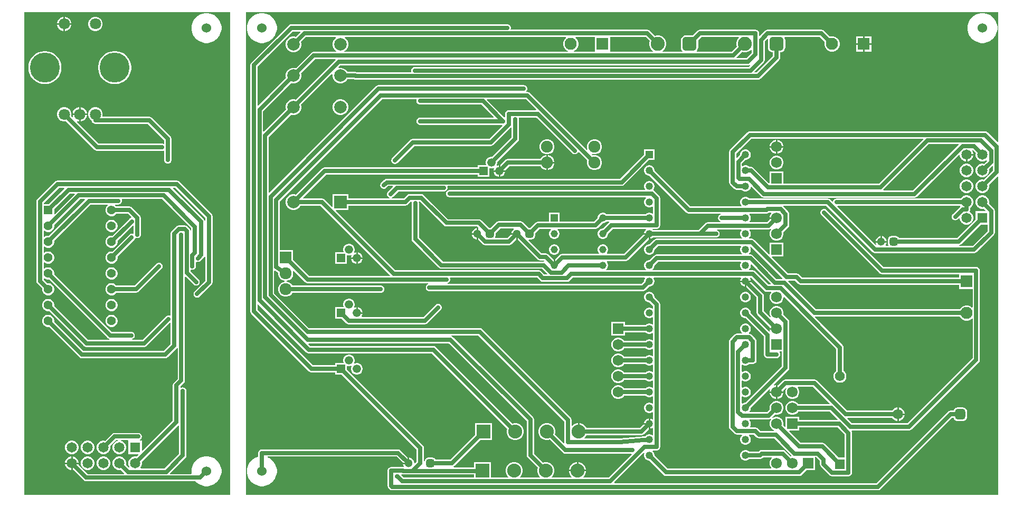
<source format=gbr>
G04*
G04 #@! TF.GenerationSoftware,Altium Limited,Altium Designer,22.4.2 (48)*
G04*
G04 Layer_Physical_Order=2*
G04 Layer_Color=16711680*
%FSLAX25Y25*%
%MOIN*%
G70*
G04*
G04 #@! TF.SameCoordinates,2971098F-D652-4CA7-83C6-057752F44447*
G04*
G04*
G04 #@! TF.FilePolarity,Positive*
G04*
G01*
G75*
%ADD44C,0.07874*%
%ADD45R,0.07874X0.07874*%
%ADD68C,0.02500*%
%ADD69C,0.05118*%
G04:AMPARAMS|DCode=70|XSize=51.18mil|YSize=51.18mil|CornerRadius=12.8mil|HoleSize=0mil|Usage=FLASHONLY|Rotation=0.000|XOffset=0mil|YOffset=0mil|HoleType=Round|Shape=RoundedRectangle|*
%AMROUNDEDRECTD70*
21,1,0.05118,0.02559,0,0,0.0*
21,1,0.02559,0.05118,0,0,0.0*
1,1,0.02559,0.01280,-0.01280*
1,1,0.02559,-0.01280,-0.01280*
1,1,0.02559,-0.01280,0.01280*
1,1,0.02559,0.01280,0.01280*
%
%ADD70ROUNDEDRECTD70*%
%ADD71C,0.18898*%
%ADD72C,0.07087*%
%ADD73C,0.07677*%
%ADD74R,0.07677X0.07677*%
%ADD75C,0.08858*%
G04:AMPARAMS|DCode=76|XSize=88.58mil|YSize=88.58mil|CornerRadius=22.15mil|HoleSize=0mil|Usage=FLASHONLY|Rotation=180.000|XOffset=0mil|YOffset=0mil|HoleType=Round|Shape=RoundedRectangle|*
%AMROUNDEDRECTD76*
21,1,0.08858,0.04429,0,0,180.0*
21,1,0.04429,0.08858,0,0,180.0*
1,1,0.04429,-0.02215,0.02215*
1,1,0.04429,0.02215,0.02215*
1,1,0.04429,0.02215,-0.02215*
1,1,0.04429,-0.02215,-0.02215*
%
%ADD76ROUNDEDRECTD76*%
%ADD77C,0.06000*%
%ADD78C,0.06496*%
G04:AMPARAMS|DCode=79|XSize=64.96mil|YSize=64.96mil|CornerRadius=16.24mil|HoleSize=0mil|Usage=FLASHONLY|Rotation=0.000|XOffset=0mil|YOffset=0mil|HoleType=Round|Shape=RoundedRectangle|*
%AMROUNDEDRECTD79*
21,1,0.06496,0.03248,0,0,0.0*
21,1,0.03248,0.06496,0,0,0.0*
1,1,0.03248,0.01624,-0.01624*
1,1,0.03248,-0.01624,-0.01624*
1,1,0.03248,-0.01624,0.01624*
1,1,0.03248,0.01624,0.01624*
%
%ADD79ROUNDEDRECTD79*%
%ADD80C,0.05248*%
%ADD81R,0.05248X0.05248*%
%ADD82R,0.06201X0.06201*%
%ADD83C,0.06201*%
%ADD84R,0.08799X0.08799*%
%ADD85C,0.08799*%
%ADD86C,0.05610*%
%ADD87R,0.05610X0.05610*%
%ADD88R,0.06496X0.06496*%
%ADD89R,0.06496X0.06496*%
%ADD90R,0.06791X0.06791*%
%ADD91C,0.06791*%
%ADD92R,0.06791X0.06791*%
%ADD93C,0.04661*%
%ADD94R,0.04661X0.04661*%
%ADD95R,0.07677X0.07677*%
%ADD96C,0.04559*%
%ADD97R,0.04559X0.04559*%
%ADD98C,0.07559*%
%ADD99R,0.07559X0.07559*%
%ADD100C,0.07500*%
%ADD101C,0.02500*%
G36*
X620000Y228098D02*
X619538Y227906D01*
X613324Y234120D01*
X612580Y234618D01*
X611702Y234792D01*
X463198D01*
X462320Y234618D01*
X461576Y234120D01*
X450671Y223215D01*
X450174Y222471D01*
X449999Y221593D01*
Y202500D01*
X450174Y201622D01*
X450671Y200878D01*
X453171Y198378D01*
X453915Y197880D01*
X454793Y197706D01*
X457958D01*
X458329Y197335D01*
X459088Y196896D01*
X459936Y196669D01*
X460813D01*
X461660Y196896D01*
X462419Y197335D01*
X463039Y197955D01*
X463478Y198714D01*
X463680Y199469D01*
X464152Y199704D01*
X470378Y193478D01*
X471122Y192981D01*
X472000Y192806D01*
X567102D01*
X567980Y192981D01*
X568724Y193478D01*
X595290Y220044D01*
X595752Y219853D01*
Y219441D01*
X596041Y218360D01*
X596601Y217392D01*
X597392Y216601D01*
X598360Y216041D01*
X599441Y215752D01*
X599500D01*
Y220000D01*
X600000D01*
Y220500D01*
X604248D01*
Y220559D01*
X603959Y221640D01*
X603566Y222319D01*
X603808Y222877D01*
X603867Y222888D01*
X605846Y220910D01*
X605752Y220559D01*
Y219441D01*
X606041Y218360D01*
X606601Y217392D01*
X607392Y216601D01*
X608360Y216041D01*
X609441Y215752D01*
X610559D01*
X611640Y216041D01*
X612321Y216435D01*
X612878Y216194D01*
X612890Y216135D01*
X610910Y214154D01*
X610559Y214248D01*
X609441D01*
X608360Y213959D01*
X607392Y213399D01*
X606601Y212608D01*
X606041Y211640D01*
X605752Y210559D01*
Y209441D01*
X606041Y208360D01*
X606601Y207392D01*
X607392Y206601D01*
X608360Y206042D01*
X609441Y205752D01*
X610559D01*
X611640Y206042D01*
X612608Y206601D01*
X613399Y207392D01*
X613959Y208360D01*
X614248Y209441D01*
Y210559D01*
X614154Y210910D01*
X616244Y213000D01*
X616706Y212808D01*
Y209950D01*
X610910Y204154D01*
X610559Y204248D01*
X609441D01*
X608360Y203959D01*
X607392Y203399D01*
X606601Y202608D01*
X606041Y201640D01*
X605752Y200559D01*
Y199441D01*
X606041Y198360D01*
X606601Y197392D01*
X607392Y196601D01*
X608360Y196042D01*
X609441Y195752D01*
X610559D01*
X611640Y196042D01*
X612608Y196601D01*
X613399Y197392D01*
X613959Y198360D01*
X614248Y199441D01*
Y200559D01*
X614154Y200910D01*
X619538Y206294D01*
X620000Y206102D01*
Y5000D01*
X145000D01*
Y310000D01*
X620000D01*
Y228098D01*
D02*
G37*
G36*
X572798Y229742D02*
X544650Y201594D01*
X484396D01*
Y209396D01*
X475604D01*
Y202171D01*
X475104Y201964D01*
X465446Y211622D01*
X464702Y212120D01*
X463824Y212294D01*
X462790D01*
X462419Y212665D01*
X461660Y213104D01*
X460813Y213331D01*
X459936D01*
X459088Y213104D01*
X458587Y212814D01*
X458087Y213103D01*
Y214469D01*
X460288Y216669D01*
X460813D01*
X461660Y216896D01*
X462419Y217335D01*
X463039Y217955D01*
X463478Y218714D01*
X463705Y219562D01*
Y220439D01*
X463478Y221286D01*
X463039Y222045D01*
X462419Y222665D01*
X461660Y223104D01*
X460813Y223331D01*
X459936D01*
X459088Y223104D01*
X458329Y222665D01*
X457709Y222045D01*
X457270Y221286D01*
X457043Y220439D01*
Y219914D01*
X455049Y217919D01*
X454587Y218111D01*
Y220643D01*
X464148Y230204D01*
X572607D01*
X572798Y229742D01*
D02*
G37*
G36*
X595000Y226242D02*
X566152Y197394D01*
X547646D01*
X547438Y197894D01*
X576248Y226704D01*
X594808D01*
X595000Y226242D01*
D02*
G37*
G36*
X135000Y5000D02*
X5000D01*
Y310000D01*
X135000D01*
Y5000D01*
D02*
G37*
%LPC*%
G36*
X610932Y309465D02*
X609068D01*
X607239Y309101D01*
X605517Y308387D01*
X603967Y307352D01*
X602648Y306033D01*
X601613Y304483D01*
X600899Y302761D01*
X600535Y300932D01*
Y299068D01*
X600899Y297239D01*
X601613Y295517D01*
X602648Y293967D01*
X603967Y292648D01*
X605517Y291613D01*
X607239Y290899D01*
X609068Y290535D01*
X610932D01*
X612761Y290899D01*
X614483Y291613D01*
X616033Y292648D01*
X617352Y293967D01*
X618387Y295517D01*
X619101Y297239D01*
X619465Y299068D01*
Y300932D01*
X619101Y302761D01*
X618387Y304483D01*
X617352Y306033D01*
X616033Y307352D01*
X614483Y308387D01*
X612761Y309101D01*
X610932Y309465D01*
D02*
G37*
G36*
X155932D02*
X154068D01*
X152239Y309101D01*
X150517Y308387D01*
X148967Y307352D01*
X147648Y306033D01*
X146613Y304483D01*
X145899Y302761D01*
X145535Y300932D01*
Y299068D01*
X145899Y297239D01*
X146613Y295517D01*
X147648Y293967D01*
X148967Y292648D01*
X150517Y291613D01*
X152239Y290899D01*
X154068Y290535D01*
X155932D01*
X157761Y290899D01*
X159483Y291613D01*
X161033Y292648D01*
X162352Y293967D01*
X163387Y295517D01*
X164101Y297239D01*
X164465Y299068D01*
Y300932D01*
X164101Y302761D01*
X163387Y304483D01*
X162352Y306033D01*
X161033Y307352D01*
X159483Y308387D01*
X157761Y309101D01*
X155932Y309465D01*
D02*
G37*
G36*
X539839Y294839D02*
X535500D01*
Y290500D01*
X539839D01*
Y294839D01*
D02*
G37*
G36*
X534500D02*
X530161D01*
Y290500D01*
X534500D01*
Y294839D01*
D02*
G37*
G36*
X539839Y289500D02*
X535500D01*
Y285161D01*
X539839D01*
Y289500D01*
D02*
G37*
G36*
X534500D02*
X530161D01*
Y285161D01*
X534500D01*
Y289500D01*
D02*
G37*
G36*
X309900Y302394D02*
X173500D01*
X172622Y302220D01*
X171878Y301722D01*
X148348Y278193D01*
X147851Y277448D01*
X147676Y276570D01*
Y120930D01*
X147851Y120052D01*
X148348Y119307D01*
X184593Y83063D01*
X185337Y82565D01*
X186215Y82391D01*
X201376D01*
Y81061D01*
X205380D01*
X252706Y33735D01*
Y26141D01*
X251631Y25066D01*
X251169Y25258D01*
Y25469D01*
X250927Y26374D01*
X250458Y27185D01*
X249796Y27848D01*
X248984Y28317D01*
X248110Y28551D01*
Y25000D01*
X247610D01*
Y24500D01*
X244060D01*
X244294Y23626D01*
X244596Y23103D01*
X244276Y22657D01*
X244091Y22694D01*
X236700D01*
X235822Y22520D01*
X235078Y22022D01*
X234580Y21278D01*
X234406Y20400D01*
Y10800D01*
X234580Y9922D01*
X235078Y9178D01*
X235678Y8578D01*
X236422Y8081D01*
X237300Y7906D01*
X544100D01*
X544978Y8081D01*
X545722Y8578D01*
X590850Y53706D01*
X591818D01*
X591819Y53691D01*
X592084Y53053D01*
X592505Y52504D01*
X593053Y52084D01*
X593691Y51819D01*
X594376Y51729D01*
X597624D01*
X598309Y51819D01*
X598947Y52084D01*
X599496Y52504D01*
X599916Y53053D01*
X600180Y53691D01*
X600271Y54376D01*
Y57624D01*
X600180Y58309D01*
X599916Y58947D01*
X599496Y59496D01*
X598947Y59916D01*
X598309Y60180D01*
X597624Y60271D01*
X594376D01*
X593691Y60180D01*
X593053Y59916D01*
X592505Y59496D01*
X592084Y58947D01*
X591819Y58309D01*
X591818Y58294D01*
X589900D01*
X589022Y58119D01*
X588278Y57622D01*
X543150Y12494D01*
X377692D01*
X377500Y12956D01*
X396102Y31558D01*
X396522Y31286D01*
X396295Y30439D01*
Y29561D01*
X396522Y28714D01*
X396961Y27955D01*
X397581Y27335D01*
X398340Y26896D01*
X399187Y26669D01*
X399712D01*
X408704Y17678D01*
X409448Y17180D01*
X410326Y17006D01*
X494300D01*
X495178Y17180D01*
X495922Y17678D01*
X498849Y20604D01*
X504396D01*
Y28906D01*
X504950D01*
X507306Y26550D01*
Y24500D01*
X507481Y23622D01*
X507978Y22878D01*
X513378Y17478D01*
X514122Y16981D01*
X515000Y16806D01*
X525400D01*
X526278Y16981D01*
X527022Y17478D01*
X527519Y18222D01*
X527694Y19100D01*
Y44200D01*
X527519Y45078D01*
X527394Y45265D01*
X527630Y45706D01*
X563700D01*
X564578Y45880D01*
X565322Y46378D01*
X607722Y88778D01*
X608219Y89522D01*
X608394Y90400D01*
Y146800D01*
X608219Y147678D01*
X607722Y148422D01*
X606978Y148919D01*
X606100Y149094D01*
X547650D01*
X511622Y185122D01*
X511434Y185248D01*
X511274Y185407D01*
X511066Y185494D01*
X510878Y185619D01*
X510656Y185663D01*
X510448Y185750D01*
X510222D01*
X510000Y185794D01*
X509778Y185750D01*
X509552D01*
X509344Y185663D01*
X509122Y185619D01*
X508934Y185494D01*
X508726Y185407D01*
X508566Y185248D01*
X508378Y185122D01*
X508252Y184934D01*
X508092Y184774D01*
X508006Y184566D01*
X507881Y184378D01*
X507836Y184156D01*
X507750Y183948D01*
Y183722D01*
X507706Y183500D01*
X507750Y183278D01*
Y183052D01*
X507836Y182844D01*
X507881Y182622D01*
X508006Y182434D01*
X508092Y182226D01*
X508252Y182066D01*
X508378Y181878D01*
X545078Y145178D01*
X545822Y144681D01*
X546700Y144506D01*
X595161D01*
Y142294D01*
X496242D01*
X494268Y144268D01*
X493524Y144765D01*
X492646Y144940D01*
X487185D01*
X476982Y155142D01*
X477174Y155604D01*
X484396D01*
Y164396D01*
X475604D01*
Y157174D01*
X475142Y156983D01*
X465922Y166203D01*
X465178Y166700D01*
X464300Y166875D01*
X462622D01*
X462479Y167199D01*
X462459Y167375D01*
X463039Y167955D01*
X463478Y168714D01*
X463705Y169562D01*
Y170439D01*
X463478Y171286D01*
X463039Y172045D01*
X462878Y172206D01*
X463086Y172706D01*
X475000D01*
X475878Y172880D01*
X476127Y173047D01*
X476483Y172699D01*
X475904Y171697D01*
X475604Y170579D01*
Y169421D01*
X475904Y168303D01*
X476483Y167301D01*
X477301Y166483D01*
X478303Y165904D01*
X479421Y165604D01*
X480579D01*
X481697Y165904D01*
X482699Y166483D01*
X483517Y167301D01*
X484096Y168303D01*
X484396Y169421D01*
Y170579D01*
X484275Y171030D01*
X487322Y174078D01*
X487819Y174822D01*
X487994Y175700D01*
Y182500D01*
X487819Y183378D01*
X487322Y184122D01*
X484238Y187206D01*
X484403Y187706D01*
X511350D01*
X540678Y158378D01*
X541422Y157880D01*
X542300Y157706D01*
X604737D01*
X605615Y157880D01*
X606360Y158378D01*
X617122Y169140D01*
X617619Y169885D01*
X617794Y170763D01*
Y184500D01*
X617619Y185378D01*
X617122Y186122D01*
X614154Y189090D01*
X614248Y189441D01*
Y190559D01*
X613959Y191640D01*
X613399Y192608D01*
X612608Y193399D01*
X611640Y193958D01*
X610559Y194248D01*
X609441D01*
X608360Y193958D01*
X607392Y193399D01*
X606601Y192608D01*
X606041Y191640D01*
X605752Y190559D01*
Y189441D01*
X606041Y188360D01*
X606601Y187392D01*
X607392Y186601D01*
X608360Y186041D01*
X609441Y185752D01*
X610559D01*
X610910Y185846D01*
X612046Y184710D01*
X611854Y184248D01*
X605752D01*
Y178996D01*
X594050Y167294D01*
X557280D01*
X556860Y167923D01*
X556106Y168427D01*
X555217Y168604D01*
X552658D01*
X551768Y168427D01*
X551014Y167923D01*
X550510Y167169D01*
X550333Y166279D01*
Y163721D01*
X550510Y162831D01*
X550574Y162735D01*
X550339Y162294D01*
X549044D01*
X548852Y162756D01*
X548911Y162815D01*
X549379Y163626D01*
X549614Y164500D01*
X542512D01*
X542746Y163626D01*
X542912Y163339D01*
X542512Y163032D01*
X518338Y187206D01*
X518545Y187706D01*
X595852D01*
X596003Y187206D01*
X595878Y187122D01*
X591178Y182422D01*
X591052Y182234D01*
X590893Y182074D01*
X590806Y181866D01*
X590681Y181678D01*
X590636Y181456D01*
X590550Y181248D01*
Y181022D01*
X590506Y180800D01*
X590550Y180578D01*
Y180352D01*
X590636Y180144D01*
X590681Y179922D01*
X590806Y179734D01*
X590893Y179525D01*
X591052Y179366D01*
X591178Y179178D01*
X591366Y179052D01*
X591526Y178893D01*
X591734Y178806D01*
X591922Y178681D01*
X592144Y178637D01*
X592352Y178550D01*
X592578D01*
X592800Y178506D01*
X593022Y178550D01*
X593248D01*
X593456Y178637D01*
X593678Y178681D01*
X593866Y178806D01*
X594074Y178893D01*
X594234Y179052D01*
X594422Y179178D01*
X595290Y180046D01*
X595752Y179854D01*
Y179441D01*
X596041Y178360D01*
X596601Y177392D01*
X597392Y176601D01*
X598360Y176041D01*
X599441Y175752D01*
X600559D01*
X601640Y176041D01*
X602608Y176601D01*
X603399Y177392D01*
X603959Y178360D01*
X604248Y179441D01*
Y180559D01*
X603959Y181640D01*
X603399Y182608D01*
X602608Y183399D01*
X601983Y183760D01*
X601869Y184248D01*
X602119Y184622D01*
X602294Y185500D01*
Y186419D01*
X602608Y186601D01*
X603399Y187392D01*
X603959Y188360D01*
X604248Y189441D01*
Y190559D01*
X603959Y191640D01*
X603399Y192608D01*
X602608Y193399D01*
X601640Y193958D01*
X600559Y194248D01*
X599441D01*
X598360Y193958D01*
X597392Y193399D01*
X596601Y192608D01*
X596419Y192294D01*
X517900D01*
X517678Y192250D01*
X517452D01*
X517244Y192164D01*
X517022Y192120D01*
X516834Y191994D01*
X516625Y191908D01*
X516466Y191748D01*
X516278Y191622D01*
X516152Y191434D01*
X515992Y191274D01*
X515906Y191066D01*
X515781Y190878D01*
X515736Y190656D01*
X515695Y190556D01*
X515334Y190414D01*
X515150Y190394D01*
X513922Y191622D01*
X513178Y192120D01*
X512300Y192294D01*
X462790D01*
X462419Y192665D01*
X461660Y193104D01*
X460813Y193331D01*
X459936D01*
X459088Y193104D01*
X458329Y192665D01*
X457709Y192045D01*
X457270Y191286D01*
X457043Y190438D01*
Y189561D01*
X457270Y188714D01*
X457709Y187955D01*
X457870Y187794D01*
X457662Y187294D01*
X425576D01*
X402957Y209914D01*
Y210438D01*
X402730Y211286D01*
X402291Y212045D01*
X401671Y212665D01*
X400912Y213104D01*
X400065Y213331D01*
X399187D01*
X398340Y213104D01*
X397581Y212665D01*
X396961Y212045D01*
X396522Y211286D01*
X396295Y210438D01*
Y209561D01*
X396522Y208714D01*
X396961Y207955D01*
X397581Y207335D01*
X398340Y206896D01*
X399187Y206669D01*
X399712D01*
X423004Y183378D01*
X423748Y182880D01*
X424626Y182706D01*
X444647D01*
X444746Y182206D01*
X444644Y182164D01*
X444422Y182120D01*
X444234Y181994D01*
X444026Y181907D01*
X443866Y181748D01*
X443678Y181622D01*
X443552Y181434D01*
X443393Y181274D01*
X443306Y181066D01*
X443181Y180878D01*
X443137Y180656D01*
X443050Y180448D01*
Y180222D01*
X443006Y180000D01*
X443050Y179778D01*
Y179552D01*
X443137Y179344D01*
X443181Y179122D01*
X443306Y178934D01*
X443393Y178726D01*
X443552Y178566D01*
X443678Y178378D01*
X443866Y178252D01*
X444026Y178093D01*
X444234Y178006D01*
X444422Y177881D01*
X444644Y177837D01*
X444746Y177794D01*
X444647Y177294D01*
X436500D01*
X435622Y177120D01*
X434878Y176622D01*
X430550Y172294D01*
X402080D01*
X401741Y172669D01*
X401772Y172853D01*
X401908Y173106D01*
X404300D01*
X405178Y173281D01*
X405922Y173778D01*
X406420Y174522D01*
X406594Y175400D01*
Y192500D01*
X406420Y193378D01*
X405922Y194122D01*
X403022Y197022D01*
X402449Y197405D01*
X402314Y197876D01*
X402328Y198019D01*
X402730Y198714D01*
X402957Y199562D01*
Y200438D01*
X402730Y201286D01*
X402291Y202045D01*
X401671Y202665D01*
X400912Y203104D01*
X400065Y203331D01*
X399187D01*
X398340Y203104D01*
X397581Y202665D01*
X396961Y202045D01*
X396522Y201286D01*
X396295Y200438D01*
Y199562D01*
X396522Y198714D01*
X396823Y198194D01*
X396542Y197694D01*
X273480D01*
X273259Y197650D01*
X273033D01*
X272824Y197564D01*
X272603Y197520D01*
X272415Y197394D01*
X272206Y197308D01*
X272046Y197148D01*
X271858Y197022D01*
X271733Y196834D01*
X271573Y196675D01*
X271486Y196466D01*
X271361Y196278D01*
X271317Y196056D01*
X271230Y195848D01*
Y195622D01*
X271186Y195400D01*
X271230Y195178D01*
Y194952D01*
X271317Y194744D01*
X271361Y194522D01*
X271486Y194334D01*
X271573Y194125D01*
X271733Y193966D01*
X271858Y193778D01*
X272046Y193652D01*
X272206Y193492D01*
X272415Y193406D01*
X272603Y193280D01*
X272824Y193236D01*
X273033Y193150D01*
X273259D01*
X273480Y193106D01*
X397344D01*
X397480Y192853D01*
X397522Y192606D01*
X396961Y192045D01*
X396522Y191286D01*
X396295Y190438D01*
Y189561D01*
X396522Y188714D01*
X396961Y187955D01*
X397581Y187335D01*
X398340Y186896D01*
X399187Y186669D01*
X400065D01*
X400912Y186896D01*
X401506Y187239D01*
X402006Y187012D01*
Y182988D01*
X401506Y182761D01*
X400912Y183104D01*
X400065Y183331D01*
X399187D01*
X398340Y183104D01*
X397581Y182665D01*
X397210Y182294D01*
X372718D01*
X372388Y182624D01*
X371640Y183056D01*
X370806Y183280D01*
X369942D01*
X369108Y183056D01*
X368360Y182624D01*
X367750Y182014D01*
X367318Y181266D01*
X367094Y180432D01*
Y179965D01*
X364824Y177694D01*
X342905D01*
Y183280D01*
X336347D01*
Y177694D01*
X329337D01*
X328459Y177520D01*
X327715Y177022D01*
X324296Y173604D01*
X323578D01*
X319859Y177322D01*
X319115Y177820D01*
X318237Y177994D01*
X304637D01*
X303759Y177820D01*
X303015Y177322D01*
X299296Y173604D01*
X298578D01*
X293659Y178522D01*
X292915Y179019D01*
X292037Y179194D01*
X272586D01*
X257296Y194484D01*
X256552Y194981D01*
X255674Y195156D01*
X248373D01*
X247495Y194981D01*
X246751Y194484D01*
X244561Y192294D01*
X236913D01*
X236814Y192794D01*
X236916Y192836D01*
X237138Y192880D01*
X237326Y193006D01*
X237534Y193093D01*
X237694Y193252D01*
X237882Y193378D01*
X241210Y196706D01*
X269880D01*
X270102Y196750D01*
X270328D01*
X270537Y196836D01*
X270758Y196880D01*
X270946Y197006D01*
X271155Y197092D01*
X271315Y197252D01*
X271503Y197378D01*
X271628Y197566D01*
X271788Y197725D01*
X271874Y197934D01*
X272000Y198122D01*
X272044Y198344D01*
X272130Y198552D01*
Y198778D01*
X272175Y199000D01*
X272130Y199222D01*
Y199448D01*
X272044Y199656D01*
X272034Y199706D01*
X272287Y200124D01*
X272382Y200206D01*
X382126D01*
X383004Y200380D01*
X383748Y200878D01*
X399540Y216669D01*
X402957D01*
Y223331D01*
X396295D01*
Y219914D01*
X381176Y204794D01*
X233800D01*
X232922Y204620D01*
X232178Y204122D01*
X230378Y202322D01*
X230252Y202134D01*
X230093Y201975D01*
X230006Y201766D01*
X229880Y201578D01*
X229837Y201356D01*
X229750Y201148D01*
Y200922D01*
X229706Y200700D01*
X229750Y200478D01*
Y200252D01*
X229837Y200044D01*
X229880Y199822D01*
X230006Y199634D01*
X230093Y199425D01*
X230252Y199266D01*
X230378Y199078D01*
X230566Y198952D01*
X230726Y198793D01*
X230934Y198706D01*
X231122Y198581D01*
X231344Y198537D01*
X231552Y198450D01*
X231778D01*
X232000Y198406D01*
X232222Y198450D01*
X232448D01*
X232656Y198537D01*
X232878Y198581D01*
X233066Y198706D01*
X233275Y198793D01*
X233434Y198952D01*
X233622Y199078D01*
X234750Y200206D01*
X237568D01*
X237759Y199744D01*
X234638Y196622D01*
X234512Y196434D01*
X234352Y196274D01*
X234266Y196066D01*
X234140Y195878D01*
X234096Y195656D01*
X234010Y195448D01*
Y195222D01*
X233966Y195000D01*
X234010Y194778D01*
Y194552D01*
X234096Y194344D01*
X234140Y194122D01*
X234266Y193934D01*
X234352Y193726D01*
X234512Y193566D01*
X234638Y193378D01*
X234825Y193252D01*
X234985Y193093D01*
X235194Y193006D01*
X235382Y192880D01*
X235603Y192836D01*
X235706Y192794D01*
X235606Y192294D01*
X209465D01*
Y194937D01*
X199591D01*
Y187307D01*
X199129Y187116D01*
X194622Y191622D01*
X193878Y192120D01*
X193000Y192294D01*
X181192D01*
X181000Y192756D01*
X195635Y207391D01*
X291376D01*
Y206061D01*
X298624D01*
Y211206D01*
X299021Y211511D01*
X299523Y211376D01*
X300477D01*
X301349Y211610D01*
X301480Y211515D01*
X301702Y211221D01*
X301623Y211084D01*
X301382Y210185D01*
X304500D01*
Y213303D01*
X303651Y213075D01*
X303520Y213170D01*
X303298Y213464D01*
X303377Y213601D01*
X303624Y214523D01*
Y215380D01*
X316622Y228378D01*
X317120Y229122D01*
X317294Y230000D01*
Y242300D01*
X317250Y242522D01*
Y242748D01*
X317163Y242956D01*
X317154Y243006D01*
X317407Y243424D01*
X317502Y243506D01*
X328250D01*
X350878Y220878D01*
X351066Y220752D01*
X351225Y220592D01*
X351434Y220506D01*
X351622Y220380D01*
X351844Y220337D01*
X352052Y220250D01*
X352278D01*
X352500Y220206D01*
X352722Y220250D01*
X352948D01*
X353156Y220337D01*
X353378Y220380D01*
X353566Y220506D01*
X353774Y220592D01*
X353934Y220752D01*
X354122Y220878D01*
X354248Y221066D01*
X354408Y221226D01*
X354494Y221434D01*
X354542Y221506D01*
X354975Y221625D01*
X355130Y221626D01*
X360436Y216320D01*
X360250Y215625D01*
Y214375D01*
X360574Y213167D01*
X361199Y212083D01*
X362083Y211199D01*
X363167Y210574D01*
X364375Y210250D01*
X365625D01*
X366833Y210574D01*
X367917Y211199D01*
X368801Y212083D01*
X369426Y213167D01*
X369750Y214375D01*
Y215625D01*
X369426Y216833D01*
X368801Y217917D01*
X367917Y218801D01*
X366833Y219426D01*
X365625Y219750D01*
X364375D01*
X363680Y219564D01*
X363196Y220048D01*
X363455Y220496D01*
X364375Y220250D01*
X365625D01*
X366833Y220574D01*
X367917Y221199D01*
X368801Y222083D01*
X369426Y223167D01*
X369750Y224375D01*
Y225625D01*
X369426Y226833D01*
X368801Y227917D01*
X367917Y228801D01*
X366833Y229426D01*
X365625Y229750D01*
X364375D01*
X363167Y229426D01*
X362083Y228801D01*
X361199Y227917D01*
X360574Y226833D01*
X360250Y225625D01*
Y224375D01*
X360496Y223455D01*
X360048Y223196D01*
X324222Y259022D01*
X323478Y259520D01*
X322600Y259694D01*
X322221D01*
X322143Y259794D01*
X322000Y260194D01*
X322048Y260266D01*
X322207Y260425D01*
X322294Y260634D01*
X322420Y260822D01*
X322463Y261044D01*
X322550Y261252D01*
Y261478D01*
X322594Y261700D01*
X322550Y261922D01*
Y262148D01*
X322463Y262356D01*
X322420Y262578D01*
X322294Y262766D01*
X322207Y262975D01*
X322048Y263134D01*
X321922Y263322D01*
X321734Y263448D01*
X321574Y263608D01*
X321366Y263694D01*
X321178Y263820D01*
X320956Y263863D01*
X320748Y263950D01*
X320522D01*
X320300Y263994D01*
X228764D01*
X227886Y263820D01*
X227141Y263322D01*
X159726Y195907D01*
X159265Y196098D01*
Y231099D01*
X173528Y245362D01*
X174350Y245142D01*
X175650D01*
X176906Y245478D01*
X178031Y246128D01*
X178951Y247047D01*
X179601Y248173D01*
X179937Y249429D01*
Y250729D01*
X179717Y251551D01*
X199220Y271055D01*
X199653Y270805D01*
X199591Y270571D01*
Y269271D01*
X199927Y268016D01*
X200577Y266890D01*
X201496Y265971D01*
X202622Y265321D01*
X203878Y264984D01*
X205178D01*
X206433Y265321D01*
X207559Y265971D01*
X208478Y266890D01*
X208904Y267627D01*
X213349D01*
X213493Y267530D01*
X214371Y267356D01*
X468210D01*
X469088Y267530D01*
X469832Y268028D01*
X481622Y279818D01*
X482119Y280562D01*
X482294Y281440D01*
Y284554D01*
X483054Y284654D01*
X483836Y284978D01*
X484507Y285493D01*
X485022Y286164D01*
X485346Y286946D01*
X485457Y287785D01*
Y292215D01*
X485346Y293054D01*
X485022Y293836D01*
X484929Y293957D01*
X485150Y294406D01*
X507350D01*
X510364Y291392D01*
X510161Y290637D01*
Y289363D01*
X510491Y288132D01*
X511128Y287029D01*
X512029Y286128D01*
X513132Y285491D01*
X514363Y285161D01*
X515637D01*
X516868Y285491D01*
X517971Y286128D01*
X518872Y287029D01*
X519509Y288132D01*
X519839Y289363D01*
Y290637D01*
X519509Y291868D01*
X518872Y292971D01*
X517971Y293872D01*
X516868Y294509D01*
X515637Y294839D01*
X514363D01*
X513608Y294636D01*
X509922Y298322D01*
X509178Y298819D01*
X508300Y298994D01*
X474379D01*
X473501Y298819D01*
X472757Y298322D01*
X469435Y295000D01*
X468973Y295192D01*
Y296700D01*
X468799Y297578D01*
X468301Y298322D01*
X467557Y298819D01*
X466679Y298994D01*
X431700D01*
X430822Y298819D01*
X430078Y298322D01*
X427213Y295457D01*
X422785D01*
X421946Y295346D01*
X421164Y295023D01*
X420493Y294507D01*
X419978Y293836D01*
X419654Y293054D01*
X419543Y292215D01*
Y287785D01*
X419654Y286946D01*
X419978Y286164D01*
X420493Y285493D01*
X420526Y285468D01*
X420365Y284994D01*
X408154D01*
X408024Y285477D01*
X408334Y285656D01*
X409344Y286666D01*
X410059Y287904D01*
X410429Y289285D01*
Y290715D01*
X410059Y292096D01*
X409344Y293334D01*
X408334Y294344D01*
X407096Y295059D01*
X405715Y295429D01*
X404285D01*
X403126Y295118D01*
X400022Y298222D01*
X399278Y298720D01*
X398400Y298894D01*
X312402D01*
X312306Y298976D01*
X312054Y299394D01*
X312064Y299444D01*
X312150Y299652D01*
Y299878D01*
X312194Y300100D01*
X312150Y300322D01*
Y300548D01*
X312064Y300756D01*
X312019Y300978D01*
X311894Y301166D01*
X311807Y301375D01*
X311648Y301534D01*
X311522Y301722D01*
X311334Y301848D01*
X311175Y302008D01*
X310966Y302094D01*
X310778Y302220D01*
X310556Y302263D01*
X310348Y302350D01*
X310122D01*
X309900Y302394D01*
D02*
G37*
G36*
X205178Y255016D02*
X203878D01*
X202622Y254679D01*
X201496Y254029D01*
X200577Y253110D01*
X199927Y251984D01*
X199591Y250729D01*
Y249429D01*
X199927Y248173D01*
X200577Y247047D01*
X201496Y246128D01*
X202622Y245478D01*
X203878Y245142D01*
X205178D01*
X206433Y245478D01*
X207559Y246128D01*
X208478Y247047D01*
X209128Y248173D01*
X209465Y249429D01*
Y250729D01*
X209128Y251984D01*
X208478Y253110D01*
X207559Y254029D01*
X206433Y254679D01*
X205178Y255016D01*
D02*
G37*
G36*
X335625Y229750D02*
X334375D01*
X333167Y229426D01*
X332083Y228801D01*
X331199Y227917D01*
X330574Y226833D01*
X330250Y225625D01*
Y224375D01*
X330574Y223167D01*
X331199Y222083D01*
X332083Y221199D01*
X333167Y220574D01*
X334375Y220250D01*
X335625D01*
X336833Y220574D01*
X337917Y221199D01*
X338801Y222083D01*
X339426Y223167D01*
X339750Y224375D01*
Y225625D01*
X339426Y226833D01*
X338801Y227917D01*
X337917Y228801D01*
X336833Y229426D01*
X335625Y229750D01*
D02*
G37*
G36*
X604248Y219500D02*
X600500D01*
Y215752D01*
X600559D01*
X601640Y216041D01*
X602608Y216601D01*
X603399Y217392D01*
X603959Y218360D01*
X604248Y219441D01*
Y219500D01*
D02*
G37*
G36*
X335625Y219750D02*
X335500D01*
Y215500D01*
X339750D01*
Y215625D01*
X339426Y216833D01*
X338801Y217917D01*
X337917Y218801D01*
X336833Y219426D01*
X335625Y219750D01*
D02*
G37*
G36*
X339750Y214500D02*
X335500D01*
Y210250D01*
X335625D01*
X336833Y210574D01*
X337917Y211199D01*
X338801Y212083D01*
X339426Y213167D01*
X339750Y214375D01*
Y214500D01*
D02*
G37*
G36*
X334500Y219750D02*
X334375D01*
X333167Y219426D01*
X332083Y218801D01*
X331199Y217917D01*
X330840Y217294D01*
X310315D01*
X309437Y217120D01*
X308693Y216622D01*
X305500Y213429D01*
Y210185D01*
X308744D01*
X311265Y212706D01*
X330840D01*
X331199Y212083D01*
X332083Y211199D01*
X333167Y210574D01*
X334375Y210250D01*
X334500D01*
Y215000D01*
Y219750D01*
D02*
G37*
G36*
X308618Y209185D02*
X305500D01*
Y206067D01*
X306399Y206308D01*
X307225Y206785D01*
X307900Y207460D01*
X308377Y208286D01*
X308618Y209185D01*
D02*
G37*
G36*
X304500D02*
X301382D01*
X301623Y208286D01*
X302100Y207460D01*
X302775Y206785D01*
X303601Y206308D01*
X304500Y206067D01*
Y209185D01*
D02*
G37*
G36*
X600559Y214248D02*
X599441D01*
X598360Y213959D01*
X597392Y213399D01*
X596601Y212608D01*
X596041Y211640D01*
X595752Y210559D01*
Y209441D01*
X596041Y208360D01*
X596601Y207392D01*
X597392Y206601D01*
X598360Y206042D01*
X599441Y205752D01*
X600559D01*
X601640Y206042D01*
X602608Y206601D01*
X603399Y207392D01*
X603959Y208360D01*
X604248Y209441D01*
Y210559D01*
X603959Y211640D01*
X603399Y212608D01*
X602608Y213399D01*
X601640Y213959D01*
X600559Y214248D01*
D02*
G37*
G36*
Y204248D02*
X599441D01*
X598360Y203959D01*
X597392Y203399D01*
X596601Y202608D01*
X596041Y201640D01*
X595752Y200559D01*
Y199441D01*
X596041Y198360D01*
X596601Y197392D01*
X597392Y196601D01*
X598360Y196042D01*
X599441Y195752D01*
X600559D01*
X601640Y196042D01*
X602608Y196601D01*
X603399Y197392D01*
X603959Y198360D01*
X604248Y199441D01*
Y200559D01*
X603959Y201640D01*
X603399Y202608D01*
X602608Y203399D01*
X601640Y203959D01*
X600559Y204248D01*
D02*
G37*
G36*
X546563Y168551D02*
Y165500D01*
X549614D01*
X549379Y166374D01*
X548911Y167185D01*
X548248Y167848D01*
X547437Y168316D01*
X546563Y168551D01*
D02*
G37*
G36*
X545563D02*
X544689Y168316D01*
X543878Y167848D01*
X543215Y167185D01*
X542746Y166374D01*
X542512Y165500D01*
X545563D01*
Y168551D01*
D02*
G37*
G36*
X241075Y33830D02*
X155000D01*
X154122Y33655D01*
X153378Y33158D01*
X152881Y32414D01*
X152706Y31536D01*
Y29194D01*
X152239Y29101D01*
X150517Y28387D01*
X148967Y27352D01*
X147648Y26033D01*
X146613Y24483D01*
X145899Y22761D01*
X145535Y20932D01*
Y19068D01*
X145899Y17239D01*
X146613Y15517D01*
X147648Y13967D01*
X148967Y12648D01*
X150517Y11613D01*
X152239Y10899D01*
X154068Y10535D01*
X155932D01*
X157761Y10899D01*
X159483Y11613D01*
X161033Y12648D01*
X162352Y13967D01*
X163387Y15517D01*
X164101Y17239D01*
X164465Y19068D01*
Y20932D01*
X164101Y22761D01*
X163387Y24483D01*
X162352Y26033D01*
X161033Y27352D01*
X159483Y28387D01*
X158628Y28741D01*
X158728Y29241D01*
X240124D01*
X243866Y25500D01*
X247110D01*
Y28744D01*
X242697Y33158D01*
X241952Y33655D01*
X241075Y33830D01*
D02*
G37*
%LPD*%
G36*
X179336Y297344D02*
X176472Y294480D01*
X175650Y294701D01*
X174350D01*
X173094Y294364D01*
X171969Y293714D01*
X171049Y292795D01*
X170399Y291669D01*
X170063Y290414D01*
Y289114D01*
X170399Y287858D01*
X171049Y286732D01*
X171969Y285813D01*
X173094Y285163D01*
X174350Y284827D01*
X175650D01*
X176906Y285163D01*
X178031Y285813D01*
X178951Y286732D01*
X179601Y287858D01*
X179937Y289114D01*
Y290414D01*
X179717Y291236D01*
X182786Y294306D01*
X201555D01*
X201684Y293823D01*
X201496Y293714D01*
X200577Y292795D01*
X199927Y291669D01*
X199591Y290414D01*
Y289114D01*
X199927Y287858D01*
X200577Y286732D01*
X201496Y285813D01*
X202049Y285494D01*
X201915Y284994D01*
X187779D01*
X186901Y284820D01*
X186157Y284322D01*
X176472Y274638D01*
X175650Y274858D01*
X174350D01*
X173094Y274522D01*
X171969Y273872D01*
X171049Y272953D01*
X170399Y271827D01*
X170063Y270571D01*
Y269271D01*
X170283Y268449D01*
X152726Y250892D01*
X152264Y251083D01*
Y275620D01*
X174450Y297806D01*
X179145D01*
X179336Y297344D01*
D02*
G37*
G36*
X456228Y293906D02*
X455656Y293334D01*
X454941Y292096D01*
X454571Y290715D01*
Y289285D01*
X454881Y288126D01*
X451750Y284994D01*
X429635D01*
X429474Y285468D01*
X429507Y285493D01*
X430022Y286164D01*
X430346Y286946D01*
X430457Y287785D01*
Y292213D01*
X432650Y294406D01*
X456021D01*
X456228Y293906D01*
D02*
G37*
G36*
X399882Y291874D02*
X399571Y290715D01*
Y289285D01*
X399941Y287904D01*
X400656Y286666D01*
X401666Y285656D01*
X401976Y285477D01*
X401846Y284994D01*
X375269D01*
X374839Y285161D01*
Y294306D01*
X397450D01*
X399882Y291874D01*
D02*
G37*
G36*
X365161Y285161D02*
X364731Y284994D01*
X351944D01*
X351868Y285491D01*
X352971Y286128D01*
X353872Y287029D01*
X354509Y288132D01*
X354839Y289363D01*
Y290637D01*
X354509Y291868D01*
X353872Y292971D01*
X353037Y293806D01*
X353130Y294306D01*
X365161D01*
Y285161D01*
D02*
G37*
G36*
X346963Y293806D02*
X346128Y292971D01*
X345491Y291868D01*
X345161Y290637D01*
Y289363D01*
X345491Y288132D01*
X346128Y287029D01*
X347029Y286128D01*
X348132Y285491D01*
X348056Y284994D01*
X207140D01*
X207006Y285494D01*
X207559Y285813D01*
X208478Y286732D01*
X209128Y287858D01*
X209465Y289114D01*
Y290414D01*
X209128Y291669D01*
X208478Y292795D01*
X207559Y293714D01*
X207371Y293823D01*
X207500Y294306D01*
X346870D01*
X346963Y293806D01*
D02*
G37*
G36*
X464385Y286000D02*
Y284271D01*
X461083Y280969D01*
X454920D01*
X454713Y281469D01*
X458126Y284881D01*
X459285Y284571D01*
X460715D01*
X462096Y284941D01*
X463334Y285656D01*
X463885Y286207D01*
X464385Y286000D01*
D02*
G37*
G36*
X474614Y293057D02*
X474649Y293018D01*
X474543Y292215D01*
Y287785D01*
X474654Y286946D01*
X474977Y286164D01*
X475493Y285493D01*
X476164Y284978D01*
X476946Y284654D01*
X477706Y284554D01*
Y282391D01*
X467259Y271944D01*
X466200D01*
X466009Y272406D01*
X471801Y278199D01*
X472299Y278943D01*
X472473Y279821D01*
Y291550D01*
X474130Y293207D01*
X474614Y293057D01*
D02*
G37*
G36*
X463384Y276270D02*
X462608Y275494D01*
X251560D01*
X251338Y275450D01*
X251112D01*
X250904Y275363D01*
X250682Y275320D01*
X250494Y275194D01*
X250285Y275108D01*
X250126Y274948D01*
X249938Y274822D01*
X249812Y274634D01*
X249652Y274475D01*
X249566Y274266D01*
X249440Y274078D01*
X249396Y273856D01*
X249310Y273648D01*
Y273422D01*
X249266Y273200D01*
X249310Y272978D01*
Y272752D01*
X249396Y272544D01*
X249416Y272444D01*
X249207Y272069D01*
X249092Y271944D01*
X215122D01*
X214978Y272041D01*
X214100Y272215D01*
X208904D01*
X208478Y272953D01*
X207559Y273872D01*
X206433Y274522D01*
X205178Y274858D01*
X203878D01*
X203644Y274796D01*
X203394Y275229D01*
X204546Y276381D01*
X462033D01*
X462911Y276555D01*
X463066Y276659D01*
X463384Y276270D01*
D02*
G37*
G36*
X201583Y279906D02*
X176472Y254796D01*
X175650Y255016D01*
X174350D01*
X173094Y254679D01*
X171969Y254029D01*
X171049Y253110D01*
X170399Y251984D01*
X170063Y250729D01*
Y249429D01*
X170283Y248606D01*
X156226Y234549D01*
X155764Y234741D01*
Y247441D01*
X173528Y265205D01*
X174350Y264984D01*
X175650D01*
X176906Y265321D01*
X178031Y265971D01*
X178951Y266890D01*
X179601Y268016D01*
X179937Y269271D01*
Y270571D01*
X179717Y271393D01*
X188729Y280406D01*
X201376D01*
X201583Y279906D01*
D02*
G37*
G36*
X328200Y248556D02*
X328008Y248094D01*
X310800D01*
X309922Y247920D01*
X309178Y247422D01*
X308681Y246678D01*
X308506Y245800D01*
Y243792D01*
X308044Y243600D01*
X297000Y254644D01*
X297192Y255106D01*
X321650D01*
X328200Y248556D01*
D02*
G37*
G36*
X252494Y255024D02*
X252746Y254606D01*
X252736Y254556D01*
X252650Y254348D01*
Y254122D01*
X252606Y253900D01*
X252650Y253678D01*
Y253452D01*
X252736Y253244D01*
X252781Y253022D01*
X252906Y252834D01*
X252993Y252625D01*
X253152Y252466D01*
X253278Y252278D01*
X253466Y252152D01*
X253625Y251993D01*
X253834Y251906D01*
X254022Y251781D01*
X254244Y251736D01*
X254452Y251650D01*
X254678D01*
X254900Y251606D01*
X293550D01*
X301300Y243856D01*
X301108Y243394D01*
X254900D01*
X254678Y243350D01*
X254452D01*
X254244Y243264D01*
X254022Y243219D01*
X253834Y243094D01*
X253625Y243007D01*
X253466Y242848D01*
X253278Y242722D01*
X253152Y242534D01*
X252993Y242374D01*
X252906Y242166D01*
X252781Y241978D01*
X252736Y241756D01*
X252650Y241548D01*
Y241322D01*
X252606Y241100D01*
X252650Y240878D01*
Y240652D01*
X252736Y240444D01*
X252781Y240222D01*
X252906Y240034D01*
X252993Y239826D01*
X253152Y239666D01*
X253278Y239478D01*
X253466Y239352D01*
X253625Y239193D01*
X253834Y239106D01*
X254022Y238981D01*
X254244Y238936D01*
X254452Y238850D01*
X254678D01*
X254900Y238806D01*
X306631D01*
X306838Y238306D01*
X298538Y230006D01*
X250312D01*
X249434Y229831D01*
X248689Y229334D01*
X237378Y218022D01*
X237252Y217834D01*
X237092Y217674D01*
X237006Y217466D01*
X236880Y217278D01*
X236837Y217056D01*
X236750Y216848D01*
Y216622D01*
X236706Y216400D01*
X236750Y216178D01*
Y215952D01*
X236837Y215744D01*
X236880Y215522D01*
X237006Y215334D01*
X237092Y215125D01*
X237252Y214966D01*
X237378Y214778D01*
X237566Y214652D01*
X237725Y214493D01*
X237934Y214406D01*
X238122Y214281D01*
X238344Y214236D01*
X238552Y214150D01*
X238778D01*
X239000Y214106D01*
X239222Y214150D01*
X239448D01*
X239656Y214236D01*
X239878Y214281D01*
X240066Y214406D01*
X240275Y214493D01*
X240434Y214652D01*
X240622Y214778D01*
X251262Y225417D01*
X299488D01*
X300366Y225592D01*
X301111Y226089D01*
X312206Y237185D01*
X312706Y236978D01*
Y230950D01*
X300380Y218624D01*
X299523D01*
X298601Y218377D01*
X297775Y217900D01*
X297100Y217225D01*
X296623Y216399D01*
X296376Y215477D01*
Y214523D01*
X296567Y213809D01*
X296265Y213309D01*
X291376D01*
Y211979D01*
X194685D01*
X193807Y211804D01*
X193063Y211307D01*
X176472Y194717D01*
X175650Y194937D01*
X174350D01*
X173094Y194601D01*
X171969Y193951D01*
X171049Y193031D01*
X170399Y191906D01*
X170063Y190650D01*
Y189350D01*
X170399Y188094D01*
X171049Y186969D01*
X171969Y186049D01*
X173094Y185399D01*
X174350Y185063D01*
X175650D01*
X176906Y185399D01*
X178031Y186049D01*
X178951Y186969D01*
X179376Y187706D01*
X192050D01*
X235900Y143856D01*
X235708Y143394D01*
X184850D01*
X174779Y153465D01*
Y159780D01*
X166264D01*
Y190420D01*
X230950Y255106D01*
X252398D01*
X252494Y255024D01*
D02*
G37*
G36*
X476728Y182944D02*
X476483Y182699D01*
X475904Y181697D01*
X475604Y180579D01*
Y180500D01*
X480000D01*
Y179500D01*
X475604D01*
Y179421D01*
X475725Y178970D01*
X474050Y177294D01*
X463086D01*
X462878Y177794D01*
X463039Y177955D01*
X463478Y178714D01*
X463705Y179561D01*
Y180438D01*
X463478Y181286D01*
X463039Y182045D01*
X462878Y182206D01*
X463086Y182706D01*
X473700D01*
X474578Y182880D01*
X475322Y183378D01*
X475350Y183406D01*
X476536D01*
X476728Y182944D01*
D02*
G37*
G36*
X374427Y177206D02*
X374152Y177022D01*
X370409Y173280D01*
X369942D01*
X369108Y173056D01*
X368360Y172624D01*
X367750Y172014D01*
X367318Y171266D01*
X367094Y170432D01*
Y169568D01*
X367318Y168734D01*
X367750Y167986D01*
X368360Y167376D01*
X369108Y166944D01*
X369942Y166720D01*
X370806D01*
X371640Y166944D01*
X372388Y167376D01*
X372998Y167986D01*
X373430Y168734D01*
X373654Y169568D01*
Y170035D01*
X376724Y173106D01*
X397344D01*
X397480Y172853D01*
X397522Y172606D01*
X396961Y172045D01*
X396522Y171286D01*
X396312Y170500D01*
X399626D01*
Y170000D01*
X400126D01*
Y166686D01*
X400912Y166896D01*
X401671Y167335D01*
X402042Y167706D01*
X441800D01*
X442022Y167750D01*
X442247D01*
X442456Y167836D01*
X442678Y167880D01*
X442866Y168006D01*
X443075Y168093D01*
X443234Y168252D01*
X443422Y168378D01*
X443548Y168566D01*
X443708Y168726D01*
X443794Y168934D01*
X443919Y169122D01*
X443963Y169344D01*
X444050Y169552D01*
Y169778D01*
X444094Y170000D01*
X444050Y170222D01*
Y170448D01*
X443963Y170656D01*
X443919Y170878D01*
X443794Y171066D01*
X443708Y171274D01*
X443548Y171434D01*
X443422Y171622D01*
X443234Y171748D01*
X443075Y171907D01*
X442866Y171994D01*
X442678Y172119D01*
X442456Y172163D01*
X442354Y172206D01*
X442453Y172706D01*
X457662D01*
X457870Y172206D01*
X457709Y172045D01*
X457270Y171286D01*
X457043Y170439D01*
Y169562D01*
X457270Y168714D01*
X457709Y167955D01*
X458289Y167375D01*
X458269Y167199D01*
X458125Y166875D01*
X404207D01*
X403329Y166700D01*
X402585Y166203D01*
X399712Y163331D01*
X399187D01*
X398340Y163104D01*
X397581Y162665D01*
X396961Y162045D01*
X396522Y161286D01*
X396295Y160439D01*
Y159562D01*
X396522Y158714D01*
X396961Y157955D01*
X397581Y157335D01*
X398340Y156896D01*
X399187Y156669D01*
X400065D01*
X400912Y156896D01*
X401671Y157335D01*
X402291Y157955D01*
X402730Y158714D01*
X402957Y159562D01*
Y160086D01*
X405157Y162287D01*
X457271D01*
X457560Y161787D01*
X457270Y161286D01*
X457043Y160439D01*
Y159562D01*
X457270Y158714D01*
X457709Y157955D01*
X458289Y157375D01*
X458269Y157199D01*
X458125Y156875D01*
X404207D01*
X403329Y156700D01*
X402585Y156203D01*
X399712Y153331D01*
X399187D01*
X398340Y153104D01*
X397581Y152665D01*
X396961Y152045D01*
X396522Y151286D01*
X396295Y150438D01*
Y149562D01*
X396522Y148714D01*
X396961Y147955D01*
X397522Y147394D01*
X397480Y147147D01*
X397344Y146894D01*
X372553D01*
X372410Y147310D01*
X372406Y147394D01*
X372998Y147986D01*
X373430Y148734D01*
X373654Y149568D01*
Y150432D01*
X373430Y151266D01*
X372998Y152014D01*
X372806Y152206D01*
X373013Y152706D01*
X384626D01*
X385504Y152881D01*
X386248Y153378D01*
X399126Y166256D01*
Y169500D01*
X395882D01*
X383676Y157294D01*
X373013D01*
X372806Y157794D01*
X372998Y157986D01*
X373430Y158734D01*
X373654Y159568D01*
Y160432D01*
X373430Y161266D01*
X372998Y162014D01*
X372388Y162624D01*
X371640Y163056D01*
X370806Y163279D01*
X369942D01*
X369108Y163056D01*
X368360Y162624D01*
X367750Y162014D01*
X367318Y161266D01*
X367094Y160432D01*
Y159568D01*
X367318Y158734D01*
X367750Y157986D01*
X367942Y157794D01*
X367735Y157294D01*
X344626D01*
X343748Y157120D01*
X343004Y156622D01*
X340126Y153744D01*
Y150000D01*
X339126D01*
Y153744D01*
X335848Y157022D01*
X335104Y157519D01*
X334226Y157694D01*
X331613D01*
X323373Y165934D01*
X323564Y166396D01*
X325217D01*
X326106Y166573D01*
X326860Y167077D01*
X327364Y167831D01*
X327541Y168720D01*
Y170359D01*
X330287Y173106D01*
X337446D01*
X337590Y172690D01*
X337594Y172606D01*
X337002Y172014D01*
X336570Y171266D01*
X336347Y170432D01*
Y169568D01*
X336570Y168734D01*
X337002Y167986D01*
X337612Y167376D01*
X338360Y166944D01*
X339194Y166720D01*
X340058D01*
X340892Y166944D01*
X341640Y167376D01*
X342250Y167986D01*
X342682Y168734D01*
X342905Y169568D01*
Y170432D01*
X342682Y171266D01*
X342250Y172014D01*
X341658Y172606D01*
X341662Y172690D01*
X341806Y173106D01*
X365774D01*
X366652Y173281D01*
X367396Y173778D01*
X370339Y176720D01*
X370806D01*
X371640Y176944D01*
X372388Y177376D01*
X372718Y177706D01*
X374275D01*
X374427Y177206D01*
D02*
G37*
G36*
X613206Y171713D02*
X603787Y162294D01*
X595493D01*
X595443Y162794D01*
X595878Y162881D01*
X596622Y163378D01*
X608996Y175752D01*
X613206D01*
Y171713D01*
D02*
G37*
G36*
X270014Y175278D02*
X270758Y174780D01*
X271636Y174606D01*
X291087D01*
X291706Y173987D01*
X291563Y173768D01*
Y170000D01*
Y166256D01*
X294441Y163378D01*
X295185Y162881D01*
X296063Y162706D01*
X311063D01*
X311941Y162881D01*
X312685Y163378D01*
X315563Y166256D01*
Y169500D01*
X312319D01*
X310113Y167294D01*
X302535D01*
X302300Y167735D01*
X302364Y167831D01*
X302541Y168720D01*
Y170359D01*
X305587Y173406D01*
X313844D01*
X313978Y172906D01*
X313878Y172848D01*
X313215Y172185D01*
X312747Y171374D01*
X312512Y170500D01*
X316063D01*
Y170000D01*
X316563D01*
Y166256D01*
X329041Y153778D01*
X329785Y153280D01*
X330663Y153106D01*
X333047D01*
X333153Y152954D01*
X332950Y152586D01*
X332863Y152494D01*
X269350D01*
X254194Y167650D01*
Y189300D01*
X254150Y189522D01*
Y189748D01*
X254064Y189956D01*
X254044Y190053D01*
X254332Y190463D01*
X254817Y190475D01*
X270014Y175278D01*
D02*
G37*
G36*
X457560Y151787D02*
X457270Y151286D01*
X457043Y150438D01*
Y149562D01*
X457270Y148714D01*
X457709Y147955D01*
X458270Y147394D01*
X458228Y147147D01*
X458092Y146894D01*
X401908D01*
X401772Y147147D01*
X401730Y147394D01*
X402291Y147955D01*
X402730Y148714D01*
X402957Y149562D01*
Y150086D01*
X405157Y152287D01*
X457271D01*
X457560Y151787D01*
D02*
G37*
G36*
X249406Y190279D02*
X249650Y189748D01*
Y189522D01*
X249606Y189300D01*
Y166700D01*
X249781Y165822D01*
X250278Y165078D01*
X266778Y148578D01*
X267522Y148081D01*
X268400Y147906D01*
X331950D01*
X335129Y144726D01*
X334938Y144264D01*
X333396D01*
X331439Y146222D01*
X330695Y146720D01*
X329817Y146894D01*
X239350D01*
X201643Y184601D01*
X201835Y185063D01*
X209465D01*
Y187706D01*
X245511D01*
X246389Y187881D01*
X247134Y188378D01*
X249046Y190290D01*
X249193Y190329D01*
X249406Y190279D01*
D02*
G37*
G36*
X483735Y141902D02*
X483543Y141440D01*
X479885D01*
X465122Y156203D01*
X464378Y156700D01*
X463500Y156875D01*
X462622D01*
X462479Y157199D01*
X462459Y157375D01*
X463039Y157955D01*
X463478Y158714D01*
X463705Y159562D01*
Y160439D01*
X463478Y161286D01*
X463251Y161678D01*
X463651Y161985D01*
X483735Y141902D01*
D02*
G37*
G36*
X396823Y141806D02*
X396522Y141286D01*
X396295Y140438D01*
Y139914D01*
X394776Y138394D01*
X272253D01*
X272154Y138894D01*
X272256Y138936D01*
X272478Y138980D01*
X272666Y139106D01*
X272874Y139192D01*
X273034Y139352D01*
X273222Y139478D01*
X273348Y139666D01*
X273507Y139825D01*
X273594Y140034D01*
X273720Y140222D01*
X273763Y140444D01*
X273850Y140652D01*
Y140878D01*
X273894Y141100D01*
X273850Y141322D01*
Y141548D01*
X273763Y141756D01*
X273754Y141806D01*
X274007Y142224D01*
X274102Y142306D01*
X328866D01*
X330824Y140348D01*
X331568Y139851D01*
X332446Y139676D01*
X347656D01*
X348534Y139851D01*
X349278Y140348D01*
X351235Y142306D01*
X396542D01*
X396823Y141806D01*
D02*
G37*
G36*
X476435Y138402D02*
X476243Y137940D01*
X474885D01*
X466603Y146222D01*
X465859Y146720D01*
X464981Y146894D01*
X462656D01*
X462520Y147147D01*
X462478Y147394D01*
X463039Y147955D01*
X463478Y148714D01*
X463705Y149562D01*
Y150425D01*
X463738Y150456D01*
X464158Y150678D01*
X476435Y138402D01*
D02*
G37*
G36*
X182278Y139478D02*
X183022Y138980D01*
X183900Y138806D01*
X260047D01*
X260146Y138306D01*
X260044Y138263D01*
X259822Y138219D01*
X259634Y138094D01*
X259425Y138007D01*
X259266Y137848D01*
X259078Y137722D01*
X258952Y137534D01*
X258792Y137374D01*
X258706Y137166D01*
X258580Y136978D01*
X258537Y136756D01*
X258450Y136548D01*
Y136322D01*
X258406Y136100D01*
X258450Y135878D01*
Y135652D01*
X258537Y135444D01*
X258580Y135222D01*
X258706Y135034D01*
X258792Y134826D01*
X258952Y134666D01*
X259078Y134478D01*
X259266Y134352D01*
X259425Y134193D01*
X259634Y134106D01*
X259822Y133981D01*
X260044Y133937D01*
X260252Y133850D01*
X260478D01*
X260700Y133806D01*
X395726D01*
X396604Y133981D01*
X397348Y134478D01*
X399540Y136669D01*
X400065D01*
X400912Y136896D01*
X401671Y137335D01*
X402291Y137955D01*
X402730Y138714D01*
X402957Y139561D01*
Y140438D01*
X402730Y141286D01*
X402429Y141806D01*
X402710Y142306D01*
X457290D01*
X457571Y141806D01*
X457270Y141286D01*
X457060Y140500D01*
X463688D01*
X463478Y141286D01*
X463177Y141806D01*
X463458Y142306D01*
X464031D01*
X472313Y134024D01*
X473057Y133526D01*
X473935Y133352D01*
X476482D01*
X476673Y132890D01*
X476483Y132699D01*
X475904Y131697D01*
X475604Y130579D01*
Y129421D01*
X475904Y128303D01*
X476483Y127301D01*
X477301Y126483D01*
X478303Y125904D01*
X479421Y125604D01*
X480579D01*
X481697Y125904D01*
X482699Y126483D01*
X483517Y127301D01*
X484096Y128303D01*
X484396Y129421D01*
Y129852D01*
X484858Y130044D01*
X517706Y97196D01*
Y83410D01*
X517482Y83281D01*
X516719Y82518D01*
X516179Y81583D01*
X515900Y80540D01*
Y79460D01*
X516179Y78417D01*
X516719Y77482D01*
X517482Y76719D01*
X518417Y76179D01*
X519460Y75900D01*
X520540D01*
X521583Y76179D01*
X522518Y76719D01*
X523281Y77482D01*
X523821Y78417D01*
X524100Y79460D01*
Y80540D01*
X523821Y81583D01*
X523281Y82518D01*
X522518Y83281D01*
X522294Y83410D01*
Y98146D01*
X522119Y99024D01*
X521622Y99768D01*
X504184Y117206D01*
X504391Y117706D01*
X595737D01*
X596128Y117029D01*
X597029Y116128D01*
X598132Y115491D01*
X599363Y115161D01*
X600637D01*
X601868Y115491D01*
X602971Y116128D01*
X603344Y116501D01*
X603806Y116310D01*
Y91350D01*
X562750Y50294D01*
X527550D01*
X524600Y53244D01*
X524792Y53706D01*
X553049D01*
X553231Y53392D01*
X554022Y52601D01*
X554990Y52042D01*
X556071Y51752D01*
X556130D01*
Y56000D01*
Y60248D01*
X556071D01*
X554990Y59958D01*
X554022Y59399D01*
X553231Y58608D01*
X553049Y58294D01*
X524550D01*
X505522Y77322D01*
X504778Y77819D01*
X503900Y77994D01*
X485700D01*
X484822Y77820D01*
X484078Y77322D01*
X481030Y74275D01*
X480579Y74396D01*
X480500D01*
Y70500D01*
X484396D01*
Y70579D01*
X484275Y71030D01*
X485853Y72609D01*
X486253Y72302D01*
X485904Y71697D01*
X485604Y70579D01*
Y69421D01*
X485904Y68303D01*
X486483Y67301D01*
X487301Y66483D01*
X488303Y65904D01*
X489421Y65604D01*
X490579D01*
X491697Y65904D01*
X492699Y66483D01*
X493517Y67301D01*
X494096Y68303D01*
X494396Y69421D01*
Y70579D01*
X494096Y71697D01*
X493517Y72699D01*
X493272Y72944D01*
X493464Y73406D01*
X502950D01*
X513600Y62756D01*
X513408Y62294D01*
X493751D01*
X493517Y62699D01*
X492699Y63517D01*
X491697Y64096D01*
X490579Y64396D01*
X489421D01*
X488303Y64096D01*
X487301Y63517D01*
X486483Y62699D01*
X485904Y61697D01*
X485604Y60579D01*
Y59421D01*
X485904Y58303D01*
X486483Y57301D01*
X487301Y56483D01*
X488303Y55904D01*
X489421Y55604D01*
X490579D01*
X491697Y55904D01*
X492699Y56483D01*
X493517Y57301D01*
X493751Y57706D01*
X513650D01*
X518600Y52756D01*
X518408Y52294D01*
X494396D01*
Y54396D01*
X485604D01*
Y48293D01*
X485142Y48102D01*
X484275Y48970D01*
X484396Y49421D01*
Y50579D01*
X484096Y51697D01*
X483517Y52699D01*
X482699Y53517D01*
X481697Y54096D01*
X480579Y54396D01*
X479421D01*
X478303Y54096D01*
X477698Y53747D01*
X477391Y54147D01*
X478970Y55725D01*
X479421Y55604D01*
X480579D01*
X481697Y55904D01*
X482699Y56483D01*
X483517Y57301D01*
X484096Y58303D01*
X484396Y59421D01*
Y60579D01*
X484096Y61697D01*
X483517Y62699D01*
X482699Y63517D01*
X481697Y64096D01*
X480579Y64396D01*
X479421D01*
X478303Y64096D01*
X477301Y63517D01*
X476483Y62699D01*
X475904Y61697D01*
X475604Y60579D01*
Y59421D01*
X475725Y58970D01*
X474050Y57294D01*
X463086D01*
X462878Y57794D01*
X463039Y57955D01*
X463478Y58714D01*
X463705Y59562D01*
Y60086D01*
X475412Y71794D01*
X475861Y71535D01*
X475604Y70579D01*
Y70500D01*
X479500D01*
Y74396D01*
X479421D01*
X478465Y74139D01*
X478206Y74588D01*
X487322Y83704D01*
X487819Y84448D01*
X487994Y85326D01*
Y114300D01*
X487819Y115178D01*
X487322Y115922D01*
X484275Y118970D01*
X484396Y119421D01*
Y120579D01*
X484096Y121697D01*
X483517Y122699D01*
X482699Y123517D01*
X481697Y124096D01*
X480579Y124396D01*
X479421D01*
X478303Y124096D01*
X477301Y123517D01*
X476483Y122699D01*
X475904Y121697D01*
X475604Y120579D01*
Y119421D01*
X475904Y118303D01*
X476253Y117698D01*
X475853Y117391D01*
X471994Y121250D01*
Y130674D01*
X471819Y131552D01*
X471322Y132296D01*
X464118Y139500D01*
X460874D01*
Y136256D01*
X467406Y129724D01*
Y120300D01*
X467581Y119422D01*
X468078Y118678D01*
X475725Y111030D01*
X475604Y110579D01*
Y110500D01*
X480000D01*
Y109500D01*
X475604D01*
Y109421D01*
X475861Y108465D01*
X475412Y108206D01*
X463705Y119914D01*
Y120439D01*
X463478Y121286D01*
X463039Y122045D01*
X462419Y122665D01*
X461660Y123104D01*
X460813Y123331D01*
X459936D01*
X459088Y123104D01*
X458329Y122665D01*
X457709Y122045D01*
X457270Y121286D01*
X457043Y120439D01*
Y119562D01*
X457270Y118714D01*
X457709Y117955D01*
X458329Y117335D01*
X459088Y116896D01*
X459936Y116669D01*
X460460D01*
X472006Y105124D01*
Y93700D01*
X472181Y92822D01*
X472678Y92078D01*
X473422Y91581D01*
X474300Y91406D01*
X480000D01*
X480222Y91450D01*
X480447D01*
X480656Y91536D01*
X480878Y91581D01*
X481066Y91706D01*
X481275Y91793D01*
X481434Y91952D01*
X481622Y92078D01*
X481748Y92266D01*
X481908Y92426D01*
X481994Y92634D01*
X482119Y92822D01*
X482163Y93044D01*
X482250Y93252D01*
Y93478D01*
X482294Y93700D01*
X482250Y93922D01*
Y94148D01*
X482163Y94356D01*
X482119Y94578D01*
X481994Y94766D01*
X481908Y94974D01*
X481778Y95104D01*
X481785Y95197D01*
X482031Y95604D01*
X483406D01*
Y86276D01*
X460460Y63331D01*
X459936D01*
X459088Y63104D01*
X458494Y62761D01*
X457994Y62988D01*
Y67012D01*
X458494Y67239D01*
X459088Y66896D01*
X459936Y66669D01*
X460813D01*
X461660Y66896D01*
X462419Y67335D01*
X463039Y67955D01*
X463478Y68714D01*
X463705Y69561D01*
Y70438D01*
X463478Y71286D01*
X463039Y72045D01*
X462419Y72665D01*
X461660Y73104D01*
X460813Y73331D01*
X459936D01*
X459088Y73104D01*
X458494Y72761D01*
X457994Y72988D01*
Y77012D01*
X458494Y77239D01*
X459088Y76896D01*
X459936Y76669D01*
X460813D01*
X461660Y76896D01*
X462419Y77335D01*
X463039Y77955D01*
X463478Y78714D01*
X463705Y79562D01*
Y80439D01*
X463478Y81286D01*
X463039Y82045D01*
X462419Y82665D01*
X461660Y83104D01*
X460813Y83331D01*
X459936D01*
X459088Y83104D01*
X458494Y82761D01*
X457994Y82988D01*
Y87012D01*
X458494Y87239D01*
X459088Y86896D01*
X459936Y86669D01*
X460813D01*
X461660Y86896D01*
X462419Y87335D01*
X462790Y87706D01*
X465000D01*
X465878Y87881D01*
X466622Y88378D01*
X467119Y89122D01*
X467294Y90000D01*
Y102100D01*
X467119Y102978D01*
X466622Y103722D01*
X464122Y106222D01*
X463378Y106720D01*
X462616Y106871D01*
X462488Y107173D01*
X462478Y107394D01*
X463039Y107955D01*
X463478Y108714D01*
X463705Y109562D01*
Y110439D01*
X463478Y111286D01*
X463039Y112045D01*
X462419Y112665D01*
X461660Y113104D01*
X460813Y113331D01*
X459936D01*
X459088Y113104D01*
X458329Y112665D01*
X457709Y112045D01*
X457270Y111286D01*
X457043Y110439D01*
Y109562D01*
X457270Y108714D01*
X457709Y107955D01*
X458270Y107394D01*
X458228Y107147D01*
X458092Y106894D01*
X455000D01*
X454122Y106720D01*
X453378Y106222D01*
X450578Y103422D01*
X450081Y102678D01*
X449906Y101800D01*
Y48200D01*
X450081Y47322D01*
X450578Y46578D01*
X453378Y43778D01*
X454122Y43281D01*
X455000Y43106D01*
X458092D01*
X458228Y42853D01*
X458270Y42606D01*
X457709Y42045D01*
X457270Y41286D01*
X457043Y40439D01*
Y39562D01*
X457270Y38714D01*
X457709Y37955D01*
X458329Y37335D01*
X459088Y36896D01*
X459936Y36669D01*
X460813D01*
X461660Y36896D01*
X462419Y37335D01*
X463039Y37955D01*
X463478Y38714D01*
X463705Y39562D01*
Y40439D01*
X463478Y41286D01*
X463039Y42045D01*
X462478Y42606D01*
X462520Y42853D01*
X462656Y43106D01*
X465750D01*
X467378Y41478D01*
X468122Y40980D01*
X469000Y40806D01*
X478550D01*
X489354Y30002D01*
X489212Y29498D01*
X488828Y29417D01*
X485522Y32722D01*
X484778Y33220D01*
X483900Y33394D01*
X470700D01*
X469822Y33220D01*
X469078Y32722D01*
X468650Y32294D01*
X462790D01*
X462419Y32665D01*
X461660Y33104D01*
X460813Y33331D01*
X459936D01*
X459088Y33104D01*
X458329Y32665D01*
X457709Y32045D01*
X457270Y31286D01*
X457043Y30439D01*
Y29561D01*
X457270Y28714D01*
X457709Y27955D01*
X458329Y27335D01*
X459088Y26896D01*
X459936Y26669D01*
X460813D01*
X461660Y26896D01*
X462419Y27335D01*
X462790Y27706D01*
X469600D01*
X470478Y27880D01*
X471222Y28378D01*
X471650Y28806D01*
X476882D01*
X477090Y28306D01*
X476483Y27699D01*
X475904Y26697D01*
X475604Y25579D01*
Y24421D01*
X475904Y23303D01*
X476483Y22301D01*
X476728Y22056D01*
X476536Y21594D01*
X411276D01*
X402957Y29914D01*
Y30439D01*
X402730Y31286D01*
X402291Y32045D01*
X401730Y32606D01*
X401772Y32853D01*
X401908Y33106D01*
X404300D01*
X405178Y33281D01*
X405922Y33778D01*
X406420Y34522D01*
X406594Y35400D01*
Y125326D01*
X406420Y126204D01*
X405922Y126948D01*
X402957Y129914D01*
Y130438D01*
X402730Y131286D01*
X402291Y132045D01*
X401671Y132665D01*
X400912Y133104D01*
X400065Y133331D01*
X399187D01*
X398340Y133104D01*
X397581Y132665D01*
X396961Y132045D01*
X396522Y131286D01*
X396295Y130438D01*
Y129561D01*
X396522Y128714D01*
X396961Y127955D01*
X397581Y127335D01*
X398340Y126896D01*
X399187Y126669D01*
X399712D01*
X402006Y124376D01*
Y122988D01*
X401506Y122761D01*
X400912Y123104D01*
X400065Y123331D01*
X399187D01*
X398340Y123104D01*
X397581Y122665D01*
X396961Y122045D01*
X396522Y121286D01*
X396295Y120439D01*
Y119562D01*
X396522Y118714D01*
X396961Y117955D01*
X397581Y117335D01*
X398340Y116896D01*
X399187Y116669D01*
X400065D01*
X400912Y116896D01*
X401506Y117239D01*
X402006Y117012D01*
Y112988D01*
X401506Y112761D01*
X400912Y113104D01*
X400065Y113331D01*
X399187D01*
X398340Y113104D01*
X397581Y112665D01*
X397210Y112294D01*
X384396D01*
Y114396D01*
X375604D01*
Y105604D01*
X384396D01*
Y107706D01*
X397210D01*
X397581Y107335D01*
X398340Y106896D01*
X399187Y106669D01*
X400065D01*
X400912Y106896D01*
X401506Y107239D01*
X402006Y107012D01*
Y102988D01*
X401506Y102761D01*
X400912Y103104D01*
X400065Y103331D01*
X399187D01*
X398340Y103104D01*
X397581Y102665D01*
X397210Y102294D01*
X383751D01*
X383517Y102699D01*
X382699Y103517D01*
X381697Y104096D01*
X380579Y104396D01*
X379421D01*
X378303Y104096D01*
X377301Y103517D01*
X376483Y102699D01*
X375904Y101697D01*
X375604Y100579D01*
Y99421D01*
X375904Y98303D01*
X376483Y97301D01*
X377301Y96483D01*
X378303Y95904D01*
X379421Y95604D01*
X380579D01*
X381697Y95904D01*
X382699Y96483D01*
X383517Y97301D01*
X383751Y97706D01*
X397210D01*
X397581Y97335D01*
X398340Y96896D01*
X399187Y96669D01*
X400065D01*
X400912Y96896D01*
X401506Y97239D01*
X402006Y97012D01*
Y92988D01*
X401506Y92761D01*
X400912Y93104D01*
X400065Y93331D01*
X399187D01*
X398340Y93104D01*
X397581Y92665D01*
X397210Y92294D01*
X383751D01*
X383517Y92699D01*
X382699Y93517D01*
X381697Y94096D01*
X380579Y94396D01*
X379421D01*
X378303Y94096D01*
X377301Y93517D01*
X376483Y92699D01*
X375904Y91697D01*
X375604Y90579D01*
Y89421D01*
X375904Y88303D01*
X376483Y87301D01*
X377301Y86483D01*
X378303Y85904D01*
X379421Y85604D01*
X380579D01*
X381697Y85904D01*
X382699Y86483D01*
X383517Y87301D01*
X383751Y87706D01*
X397210D01*
X397581Y87335D01*
X398340Y86896D01*
X399187Y86669D01*
X400065D01*
X400912Y86896D01*
X401506Y87239D01*
X402006Y87012D01*
Y82988D01*
X401506Y82761D01*
X400912Y83104D01*
X400065Y83331D01*
X399187D01*
X398340Y83104D01*
X397581Y82665D01*
X397210Y82294D01*
X383751D01*
X383517Y82699D01*
X382699Y83517D01*
X381697Y84096D01*
X380579Y84396D01*
X379421D01*
X378303Y84096D01*
X377301Y83517D01*
X376483Y82699D01*
X375904Y81697D01*
X375604Y80579D01*
Y79421D01*
X375904Y78303D01*
X376483Y77301D01*
X377301Y76483D01*
X378303Y75904D01*
X379421Y75604D01*
X380579D01*
X381697Y75904D01*
X382699Y76483D01*
X383517Y77301D01*
X383751Y77706D01*
X397210D01*
X397581Y77335D01*
X398340Y76896D01*
X399187Y76669D01*
X400065D01*
X400912Y76896D01*
X401506Y77239D01*
X402006Y77012D01*
Y72988D01*
X401506Y72761D01*
X400912Y73104D01*
X400065Y73331D01*
X399187D01*
X398340Y73104D01*
X397581Y72665D01*
X397210Y72294D01*
X383751D01*
X383517Y72699D01*
X382699Y73517D01*
X381697Y74096D01*
X380579Y74396D01*
X379421D01*
X378303Y74096D01*
X377301Y73517D01*
X376483Y72699D01*
X375904Y71697D01*
X375604Y70579D01*
Y69421D01*
X375904Y68303D01*
X376483Y67301D01*
X377301Y66483D01*
X378303Y65904D01*
X379421Y65604D01*
X380579D01*
X381697Y65904D01*
X382699Y66483D01*
X383517Y67301D01*
X383751Y67706D01*
X397210D01*
X397581Y67335D01*
X398340Y66896D01*
X399187Y66669D01*
X400065D01*
X400912Y66896D01*
X401506Y67239D01*
X402006Y67012D01*
Y62988D01*
X401506Y62761D01*
X400912Y63104D01*
X400065Y63331D01*
X399187D01*
X398340Y63104D01*
X397581Y62665D01*
X396961Y62045D01*
X396522Y61286D01*
X396295Y60439D01*
Y59562D01*
X396522Y58714D01*
X396961Y57955D01*
X397581Y57335D01*
X398340Y56896D01*
X399187Y56669D01*
X400065D01*
X400912Y56896D01*
X401506Y57239D01*
X402006Y57012D01*
Y52988D01*
X401506Y52761D01*
X400912Y53104D01*
X400126Y53314D01*
Y50000D01*
Y46686D01*
X400912Y46896D01*
X401506Y47239D01*
X402006Y47012D01*
Y42988D01*
X401506Y42761D01*
X400912Y43104D01*
X400065Y43331D01*
X399187D01*
X398340Y43104D01*
X397581Y42665D01*
X396978Y42063D01*
X380841Y40594D01*
X358937D01*
X358730Y41094D01*
X359321Y41685D01*
X359910Y42706D01*
X394626D01*
X395504Y42880D01*
X396248Y43378D01*
X399126Y46256D01*
Y49500D01*
X395882D01*
X393676Y47294D01*
X359910D01*
X359321Y48315D01*
X358315Y49321D01*
X357084Y50032D01*
X355711Y50400D01*
X355500D01*
Y45000D01*
X354500D01*
Y50400D01*
X354289D01*
X352916Y50032D01*
X351685Y49321D01*
X351094Y48730D01*
X350594Y48937D01*
Y52400D01*
X350419Y53278D01*
X349922Y54022D01*
X294222Y109722D01*
X293478Y110220D01*
X292600Y110394D01*
X184750D01*
X162765Y132380D01*
Y146491D01*
X163205Y146728D01*
X165220Y145401D01*
Y144371D01*
X165546Y143155D01*
X166175Y142065D01*
X167065Y141175D01*
X168155Y140546D01*
X169228Y140259D01*
Y139741D01*
X168155Y139454D01*
X167065Y138825D01*
X166175Y137935D01*
X165546Y136845D01*
X165220Y135629D01*
Y134371D01*
X165546Y133155D01*
X166175Y132065D01*
X167065Y131175D01*
X168155Y130546D01*
X169371Y130220D01*
X170629D01*
X171845Y130546D01*
X172935Y131175D01*
X173825Y132065D01*
X174194Y132706D01*
X230060D01*
X230281Y132750D01*
X230507D01*
X230716Y132836D01*
X230938Y132880D01*
X231126Y133006D01*
X231334Y133092D01*
X231494Y133252D01*
X231682Y133378D01*
X231807Y133566D01*
X231967Y133726D01*
X232054Y133934D01*
X232179Y134122D01*
X232223Y134344D01*
X232310Y134552D01*
Y134778D01*
X232354Y135000D01*
X232310Y135222D01*
Y135448D01*
X232223Y135656D01*
X232179Y135878D01*
X232054Y136066D01*
X231967Y136275D01*
X231807Y136434D01*
X231682Y136622D01*
X231494Y136748D01*
X231334Y136907D01*
X231126Y136994D01*
X230938Y137119D01*
X230716Y137163D01*
X230507Y137250D01*
X230281D01*
X230060Y137294D01*
X174194D01*
X173825Y137935D01*
X172935Y138825D01*
X171845Y139454D01*
X170772Y139741D01*
Y140259D01*
X171845Y140546D01*
X172935Y141175D01*
X173825Y142065D01*
X174454Y143155D01*
X174779Y144371D01*
Y145629D01*
X174545Y146503D01*
X174994Y146762D01*
X182278Y139478D01*
D02*
G37*
G36*
X493669Y138378D02*
X494414Y137881D01*
X495292Y137706D01*
X595161D01*
Y135161D01*
X603806D01*
Y123690D01*
X603344Y123499D01*
X602971Y123872D01*
X601868Y124509D01*
X600637Y124839D01*
X599363D01*
X598132Y124509D01*
X597029Y123872D01*
X596128Y122971D01*
X595737Y122294D01*
X504950D01*
X487355Y139890D01*
X487546Y140352D01*
X491696D01*
X493669Y138378D01*
D02*
G37*
G36*
X182978Y95178D02*
X183722Y94681D01*
X184600Y94506D01*
X262250D01*
X309906Y46850D01*
X309600Y45711D01*
Y44289D01*
X309968Y42916D01*
X310679Y41685D01*
X311685Y40679D01*
X312916Y39968D01*
X314289Y39600D01*
X315711D01*
X317084Y39968D01*
X318315Y40679D01*
X319321Y41685D01*
X320032Y42916D01*
X320400Y44289D01*
Y45711D01*
X320032Y47084D01*
X319321Y48315D01*
X318315Y49321D01*
X317084Y50032D01*
X315711Y50400D01*
X314289D01*
X313150Y50094D01*
X264822Y98422D01*
X264078Y98919D01*
X263200Y99094D01*
X185550D01*
X184338Y100306D01*
X184546Y100806D01*
X273050D01*
X322206Y51650D01*
Y30189D01*
X322380Y29311D01*
X322878Y28567D01*
X329195Y22250D01*
X328890Y21111D01*
Y19689D01*
X329258Y18315D01*
X329968Y17084D01*
X330558Y16494D01*
X330351Y15994D01*
X318227D01*
X318020Y16494D01*
X318610Y17084D01*
X319321Y18315D01*
X319689Y19689D01*
Y21111D01*
X319321Y22484D01*
X318610Y23715D01*
X317605Y24720D01*
X316373Y25431D01*
X315000Y25799D01*
X313578D01*
X312205Y25431D01*
X310974Y24720D01*
X309968Y23715D01*
X309258Y22484D01*
X308890Y21111D01*
Y19689D01*
X309258Y18315D01*
X309968Y17084D01*
X310559Y16494D01*
X310351Y15994D01*
X299689D01*
Y25799D01*
X288890D01*
Y22485D01*
X276186D01*
X276034Y22985D01*
X276622Y23378D01*
X292845Y39600D01*
X300400D01*
Y50400D01*
X289600D01*
Y42845D01*
X274050Y27294D01*
X264733D01*
X264313Y27923D01*
X263559Y28427D01*
X262669Y28604D01*
X260110D01*
X259221Y28427D01*
X258467Y27923D01*
X257963Y27169D01*
X257786Y26280D01*
X257294Y26299D01*
Y34685D01*
X257119Y35563D01*
X256622Y36307D01*
X208624Y84305D01*
Y86206D01*
X209021Y86511D01*
X209523Y86376D01*
X210477D01*
X211349Y86610D01*
X211480Y86515D01*
X211702Y86221D01*
X211623Y86084D01*
X211376Y85162D01*
Y84208D01*
X211623Y83286D01*
X212100Y82460D01*
X212775Y81785D01*
X213601Y81308D01*
X214523Y81061D01*
X215477D01*
X216399Y81308D01*
X217225Y81785D01*
X217900Y82460D01*
X218377Y83286D01*
X218624Y84208D01*
Y85162D01*
X218377Y86084D01*
X217900Y86910D01*
X217225Y87585D01*
X216399Y88062D01*
X215477Y88309D01*
X214523D01*
X213651Y88075D01*
X213520Y88170D01*
X213298Y88464D01*
X213377Y88601D01*
X213624Y89523D01*
Y90477D01*
X213377Y91399D01*
X212900Y92225D01*
X212225Y92900D01*
X211399Y93377D01*
X210477Y93624D01*
X209523D01*
X208601Y93377D01*
X207775Y92900D01*
X207100Y92225D01*
X206623Y91399D01*
X206376Y90477D01*
Y89523D01*
X206567Y88809D01*
X206265Y88309D01*
X201376D01*
Y86979D01*
X187165D01*
X152264Y121880D01*
Y125238D01*
X152726Y125429D01*
X182978Y95178D01*
D02*
G37*
G36*
X476483Y52699D02*
X475904Y51697D01*
X475604Y50579D01*
Y49421D01*
X475904Y48303D01*
X476483Y47301D01*
X477301Y46483D01*
X478303Y45904D01*
X478340Y45894D01*
X478274Y45394D01*
X469950D01*
X468322Y47022D01*
X467578Y47519D01*
X466700Y47694D01*
X463458D01*
X463177Y48194D01*
X463478Y48714D01*
X463705Y49562D01*
Y50438D01*
X463478Y51286D01*
X463039Y52045D01*
X462878Y52206D01*
X463086Y52706D01*
X475000D01*
X475878Y52881D01*
X476127Y53047D01*
X476483Y52699D01*
D02*
G37*
G36*
X346006Y51450D02*
Y38300D01*
X346094Y37857D01*
X345633Y37611D01*
X340094Y43150D01*
X340400Y44289D01*
Y45711D01*
X340032Y47084D01*
X339321Y48315D01*
X338315Y49321D01*
X337084Y50032D01*
X335711Y50400D01*
X334289D01*
X332916Y50032D01*
X331685Y49321D01*
X330679Y48315D01*
X329968Y47084D01*
X329600Y45711D01*
Y44289D01*
X329968Y42916D01*
X330679Y41685D01*
X331685Y40679D01*
X332916Y39968D01*
X334289Y39600D01*
X335711D01*
X336850Y39906D01*
X345078Y31678D01*
X345822Y31181D01*
X346700Y31006D01*
X388354D01*
X388562Y30506D01*
X374050Y15994D01*
X358227D01*
X358020Y16494D01*
X358610Y17084D01*
X359321Y18315D01*
X359689Y19689D01*
Y19900D01*
X354289D01*
Y20400D01*
D01*
Y19900D01*
X348890D01*
Y19689D01*
X349258Y18315D01*
X349968Y17084D01*
X350558Y16494D01*
X350351Y15994D01*
X338227D01*
X338020Y16494D01*
X338610Y17084D01*
X339321Y18315D01*
X339689Y19689D01*
Y21111D01*
X339321Y22484D01*
X338610Y23715D01*
X337605Y24720D01*
X336373Y25431D01*
X335000Y25799D01*
X333578D01*
X332439Y25494D01*
X326794Y31139D01*
Y52600D01*
X326620Y53478D01*
X326122Y54222D01*
X275622Y104722D01*
X274878Y105219D01*
X274443Y105306D01*
X274493Y105806D01*
X291650D01*
X346006Y51450D01*
D02*
G37*
G36*
X523106Y43250D02*
Y28589D01*
X519144D01*
X510410Y37322D01*
X509666Y37819D01*
X508788Y37994D01*
X495250D01*
X488102Y45142D01*
X488293Y45604D01*
X494396D01*
Y47706D01*
X518650D01*
X523106Y43250D01*
D02*
G37*
G36*
X244300Y17897D02*
X288890D01*
Y15994D01*
X244715D01*
X243065Y17644D01*
X243087Y17698D01*
X243422Y18071D01*
X244300Y17897D01*
D02*
G37*
%LPC*%
G36*
X215500Y158303D02*
Y155185D01*
X218618D01*
X218377Y156084D01*
X217900Y156910D01*
X217225Y157585D01*
X216399Y158062D01*
X215500Y158303D01*
D02*
G37*
G36*
X210477Y163624D02*
X209523D01*
X208601Y163377D01*
X207775Y162900D01*
X207100Y162225D01*
X206623Y161399D01*
X206376Y160477D01*
Y159523D01*
X206567Y158809D01*
X206265Y158309D01*
X201376D01*
Y151061D01*
X208624D01*
Y156206D01*
X209021Y156510D01*
X209523Y156376D01*
X210477D01*
X211349Y156610D01*
X211480Y156515D01*
X211702Y156221D01*
X211623Y156084D01*
X211382Y155185D01*
X214500D01*
Y158303D01*
X213651Y158075D01*
X213520Y158170D01*
X213298Y158464D01*
X213377Y158601D01*
X213624Y159523D01*
Y160477D01*
X213377Y161399D01*
X212900Y162225D01*
X212225Y162900D01*
X211399Y163377D01*
X210477Y163624D01*
D02*
G37*
G36*
X218618Y154185D02*
X215500D01*
Y151067D01*
X216399Y151308D01*
X217225Y151785D01*
X217900Y152460D01*
X218377Y153286D01*
X218618Y154185D01*
D02*
G37*
G36*
X214500D02*
X211382D01*
X211623Y153286D01*
X212100Y152460D01*
X212775Y151785D01*
X213601Y151308D01*
X214500Y151067D01*
Y154185D01*
D02*
G37*
G36*
X340058Y163279D02*
X339194D01*
X338360Y163056D01*
X337612Y162624D01*
X337002Y162014D01*
X336570Y161266D01*
X336347Y160432D01*
Y159568D01*
X336570Y158734D01*
X337002Y157986D01*
X337612Y157376D01*
X338360Y156944D01*
X339194Y156720D01*
X340058D01*
X340892Y156944D01*
X341640Y157376D01*
X342250Y157986D01*
X342682Y158734D01*
X342905Y159568D01*
Y160432D01*
X342682Y161266D01*
X342250Y162014D01*
X341640Y162624D01*
X340892Y163056D01*
X340058Y163279D01*
D02*
G37*
G36*
X290563Y173551D02*
X289689Y173317D01*
X288878Y172848D01*
X288215Y172185D01*
X287747Y171374D01*
X287512Y170500D01*
X290563D01*
Y173551D01*
D02*
G37*
G36*
Y169500D02*
X287512D01*
X287747Y168626D01*
X288215Y167815D01*
X288878Y167152D01*
X289689Y166683D01*
X290563Y166449D01*
Y169500D01*
D02*
G37*
G36*
X459874Y139500D02*
X457060D01*
X457270Y138714D01*
X457709Y137955D01*
X458329Y137335D01*
X459088Y136896D01*
X459874Y136686D01*
Y139500D01*
D02*
G37*
G36*
X460813Y133331D02*
X459936D01*
X459088Y133104D01*
X458329Y132665D01*
X457709Y132045D01*
X457270Y131286D01*
X457043Y130438D01*
Y129561D01*
X457270Y128714D01*
X457709Y127955D01*
X458329Y127335D01*
X459088Y126896D01*
X459936Y126669D01*
X460813D01*
X461660Y126896D01*
X462419Y127335D01*
X463039Y127955D01*
X463478Y128714D01*
X463705Y129561D01*
Y130438D01*
X463478Y131286D01*
X463039Y132045D01*
X462419Y132665D01*
X461660Y133104D01*
X460813Y133331D01*
D02*
G37*
G36*
X215500Y123618D02*
Y120500D01*
X218618D01*
X218377Y121399D01*
X217900Y122225D01*
X217225Y122900D01*
X216399Y123377D01*
X215500Y123618D01*
D02*
G37*
G36*
X210477Y128939D02*
X209523D01*
X208601Y128692D01*
X207775Y128215D01*
X207100Y127540D01*
X206623Y126714D01*
X206376Y125792D01*
Y124838D01*
X206567Y124124D01*
X206265Y123624D01*
X201376D01*
Y116376D01*
X205380D01*
X208278Y113478D01*
X209022Y112980D01*
X209900Y112806D01*
X257860D01*
X258738Y112980D01*
X259482Y113478D01*
X267882Y121878D01*
X268007Y122066D01*
X268167Y122225D01*
X268254Y122434D01*
X268379Y122622D01*
X268423Y122844D01*
X268510Y123052D01*
Y123278D01*
X268554Y123500D01*
X268510Y123722D01*
Y123948D01*
X268423Y124156D01*
X268379Y124378D01*
X268254Y124566D01*
X268167Y124775D01*
X268007Y124934D01*
X267882Y125122D01*
X267694Y125248D01*
X267534Y125408D01*
X267326Y125494D01*
X267138Y125619D01*
X266916Y125663D01*
X266707Y125750D01*
X266481D01*
X266260Y125794D01*
X266038Y125750D01*
X265812D01*
X265603Y125663D01*
X265382Y125619D01*
X265194Y125494D01*
X264985Y125408D01*
X264826Y125248D01*
X264638Y125122D01*
X256910Y117394D01*
X218163D01*
X217969Y117894D01*
X218377Y118601D01*
X218618Y119500D01*
X215000D01*
Y120000D01*
X214500D01*
Y123618D01*
X213651Y123390D01*
X213520Y123485D01*
X213298Y123779D01*
X213377Y123916D01*
X213624Y124838D01*
Y125792D01*
X213377Y126714D01*
X212900Y127540D01*
X212225Y128215D01*
X211399Y128692D01*
X210477Y128939D01*
D02*
G37*
G36*
X484396Y69500D02*
X480500D01*
Y65604D01*
X480579D01*
X481697Y65904D01*
X482699Y66483D01*
X483517Y67301D01*
X484096Y68303D01*
X484396Y69421D01*
Y69500D01*
D02*
G37*
G36*
X479500D02*
X475604D01*
Y69421D01*
X475904Y68303D01*
X476483Y67301D01*
X477301Y66483D01*
X478303Y65904D01*
X479421Y65604D01*
X479500D01*
Y69500D01*
D02*
G37*
G36*
X557189Y60248D02*
X557130D01*
Y56500D01*
X560878D01*
Y56559D01*
X560589Y57640D01*
X560029Y58608D01*
X559238Y59399D01*
X558270Y59958D01*
X557189Y60248D01*
D02*
G37*
G36*
X560878Y55500D02*
X557130D01*
Y51752D01*
X557189D01*
X558270Y52042D01*
X559238Y52601D01*
X560029Y53392D01*
X560589Y54360D01*
X560878Y55441D01*
Y55500D01*
D02*
G37*
G36*
X399126Y53314D02*
X398340Y53104D01*
X397581Y52665D01*
X396961Y52045D01*
X396522Y51286D01*
X396312Y50500D01*
X399126D01*
Y53314D01*
D02*
G37*
G36*
X355000Y25799D02*
X354789D01*
Y20900D01*
X359689D01*
Y21111D01*
X359321Y22484D01*
X358610Y23715D01*
X357605Y24720D01*
X356373Y25431D01*
X355000Y25799D01*
D02*
G37*
G36*
X353789D02*
X353578D01*
X352205Y25431D01*
X350974Y24720D01*
X349968Y23715D01*
X349258Y22484D01*
X348890Y21111D01*
Y20900D01*
X353789D01*
Y25799D01*
D02*
G37*
G36*
X480579Y229396D02*
X480500D01*
Y225500D01*
X484396D01*
Y225579D01*
X484096Y226697D01*
X483517Y227699D01*
X482699Y228517D01*
X481697Y229096D01*
X480579Y229396D01*
D02*
G37*
G36*
X479500D02*
X479421D01*
X478303Y229096D01*
X477301Y228517D01*
X476483Y227699D01*
X475904Y226697D01*
X475604Y225579D01*
Y225500D01*
X479500D01*
Y229396D01*
D02*
G37*
G36*
X484396Y224500D02*
X480500D01*
Y220604D01*
X480579D01*
X481697Y220904D01*
X482699Y221483D01*
X483517Y222301D01*
X484096Y223303D01*
X484396Y224421D01*
Y224500D01*
D02*
G37*
G36*
X479500D02*
X475604D01*
Y224421D01*
X475904Y223303D01*
X476483Y222301D01*
X477301Y221483D01*
X478303Y220904D01*
X479421Y220604D01*
X479500D01*
Y224500D01*
D02*
G37*
G36*
X480579Y219396D02*
X479421D01*
X478303Y219096D01*
X477301Y218517D01*
X476483Y217699D01*
X475904Y216697D01*
X475604Y215579D01*
Y214421D01*
X475904Y213303D01*
X476483Y212301D01*
X477301Y211483D01*
X478303Y210904D01*
X479421Y210604D01*
X480579D01*
X481697Y210904D01*
X482699Y211483D01*
X483517Y212301D01*
X484096Y213303D01*
X484396Y214421D01*
Y215579D01*
X484096Y216697D01*
X483517Y217699D01*
X482699Y218517D01*
X481697Y219096D01*
X480579Y219396D01*
D02*
G37*
G36*
X30755Y307102D02*
X30657D01*
Y303059D01*
X34701D01*
Y303157D01*
X34391Y304313D01*
X33793Y305349D01*
X32947Y306194D01*
X31911Y306793D01*
X30755Y307102D01*
D02*
G37*
G36*
X29657D02*
X29559D01*
X28404Y306793D01*
X27368Y306194D01*
X26522Y305349D01*
X25924Y304313D01*
X25614Y303157D01*
Y303059D01*
X29657D01*
Y307102D01*
D02*
G37*
G36*
X50441D02*
X49244D01*
X48089Y306793D01*
X47053Y306194D01*
X46207Y305349D01*
X45609Y304313D01*
X45299Y303157D01*
Y301961D01*
X45609Y300805D01*
X46207Y299769D01*
X47053Y298923D01*
X48089Y298325D01*
X49244Y298016D01*
X50441D01*
X51596Y298325D01*
X52632Y298923D01*
X53478Y299769D01*
X54076Y300805D01*
X54386Y301961D01*
Y303157D01*
X54076Y304313D01*
X53478Y305349D01*
X52632Y306194D01*
X51596Y306793D01*
X50441Y307102D01*
D02*
G37*
G36*
X34701Y302059D02*
X30657D01*
Y298016D01*
X30755D01*
X31911Y298325D01*
X32947Y298923D01*
X33793Y299769D01*
X34391Y300805D01*
X34701Y301961D01*
Y302059D01*
D02*
G37*
G36*
X29657D02*
X25614D01*
Y301961D01*
X25924Y300805D01*
X26522Y299769D01*
X27368Y298923D01*
X28404Y298325D01*
X29559Y298016D01*
X29657D01*
Y302059D01*
D02*
G37*
G36*
X120932Y309465D02*
X119068D01*
X117239Y309101D01*
X115517Y308387D01*
X113967Y307352D01*
X112648Y306033D01*
X111613Y304483D01*
X110899Y302761D01*
X110535Y300932D01*
Y299068D01*
X110899Y297239D01*
X111613Y295517D01*
X112648Y293967D01*
X113967Y292648D01*
X115517Y291613D01*
X117239Y290899D01*
X119068Y290535D01*
X120932D01*
X122761Y290899D01*
X124483Y291613D01*
X126033Y292648D01*
X127352Y293967D01*
X128387Y295517D01*
X129101Y297239D01*
X129465Y299068D01*
Y300932D01*
X129101Y302761D01*
X128387Y304483D01*
X127352Y306033D01*
X126033Y307352D01*
X124483Y308387D01*
X122761Y309101D01*
X120932Y309465D01*
D02*
G37*
G36*
X62870Y285449D02*
X61225D01*
X59600Y285191D01*
X58036Y284683D01*
X56571Y283937D01*
X55240Y282970D01*
X54077Y281807D01*
X53111Y280476D01*
X52364Y279011D01*
X51856Y277447D01*
X51598Y275822D01*
Y274178D01*
X51856Y272553D01*
X52364Y270989D01*
X53111Y269524D01*
X54077Y268193D01*
X55240Y267030D01*
X56571Y266063D01*
X58036Y265317D01*
X59600Y264809D01*
X61225Y264551D01*
X62870D01*
X64494Y264809D01*
X66058Y265317D01*
X67524Y266063D01*
X68854Y267030D01*
X70017Y268193D01*
X70984Y269524D01*
X71731Y270989D01*
X72239Y272553D01*
X72496Y274178D01*
Y275822D01*
X72239Y277447D01*
X71731Y279011D01*
X70984Y280476D01*
X70017Y281807D01*
X68854Y282970D01*
X67524Y283937D01*
X66058Y284683D01*
X64494Y285191D01*
X62870Y285449D01*
D02*
G37*
G36*
X18775D02*
X17131D01*
X15506Y285191D01*
X13942Y284683D01*
X12476Y283937D01*
X11146Y282970D01*
X9983Y281807D01*
X9016Y280476D01*
X8269Y279011D01*
X7761Y277447D01*
X7504Y275822D01*
Y274178D01*
X7761Y272553D01*
X8269Y270989D01*
X9016Y269524D01*
X9983Y268193D01*
X11146Y267030D01*
X12476Y266063D01*
X13942Y265317D01*
X15506Y264809D01*
X17131Y264551D01*
X18775D01*
X20400Y264809D01*
X21964Y265317D01*
X23429Y266063D01*
X24760Y267030D01*
X25923Y268193D01*
X26889Y269524D01*
X27636Y270989D01*
X28144Y272553D01*
X28402Y274178D01*
Y275822D01*
X28144Y277447D01*
X27636Y279011D01*
X26889Y280476D01*
X25923Y281807D01*
X24760Y282970D01*
X23429Y283937D01*
X21964Y284683D01*
X20400Y285191D01*
X18775Y285449D01*
D02*
G37*
G36*
X40598Y250016D02*
X40500D01*
Y245972D01*
X44543D01*
Y246071D01*
X44234Y247226D01*
X43635Y248262D01*
X42790Y249108D01*
X41754Y249706D01*
X40598Y250016D01*
D02*
G37*
G36*
X39500D02*
X39402D01*
X38246Y249706D01*
X37210Y249108D01*
X36364Y248262D01*
X35766Y247226D01*
X35457Y246071D01*
Y245972D01*
X39500D01*
Y250016D01*
D02*
G37*
G36*
X44543Y244972D02*
X40500D01*
Y240929D01*
X40598D01*
X41754Y241239D01*
X42790Y241837D01*
X43635Y242683D01*
X44234Y243719D01*
X44543Y244874D01*
Y244972D01*
D02*
G37*
G36*
X50441Y250016D02*
X49244D01*
X48089Y249706D01*
X47053Y249108D01*
X46207Y248262D01*
X45609Y247226D01*
X45299Y246071D01*
Y244874D01*
X45609Y243719D01*
X46207Y242683D01*
X47053Y241837D01*
X47582Y241531D01*
X47723Y240822D01*
X48220Y240078D01*
X48965Y239580D01*
X49843Y239406D01*
X82950D01*
X93306Y229050D01*
Y227202D01*
X93224Y227106D01*
X92806Y226854D01*
X92756Y226864D01*
X92548Y226950D01*
X92322D01*
X92100Y226994D01*
X51880D01*
X38119Y240755D01*
X38378Y241203D01*
X39402Y240929D01*
X39500D01*
Y244972D01*
X35457D01*
Y244874D01*
X35731Y243850D01*
X35283Y243591D01*
X34553Y244321D01*
X34701Y244874D01*
Y246071D01*
X34391Y247226D01*
X33793Y248262D01*
X32947Y249108D01*
X31911Y249706D01*
X30755Y250016D01*
X29559D01*
X28404Y249706D01*
X27368Y249108D01*
X26522Y248262D01*
X25924Y247226D01*
X25614Y246071D01*
Y244874D01*
X25924Y243719D01*
X26522Y242683D01*
X27368Y241837D01*
X28404Y241239D01*
X29559Y240929D01*
X30755D01*
X31308Y241077D01*
X49308Y223078D01*
X50052Y222581D01*
X50930Y222406D01*
X92100D01*
X92322Y222450D01*
X92548D01*
X92756Y222536D01*
X92806Y222546D01*
X93224Y222293D01*
X93306Y222198D01*
Y216600D01*
X93350Y216378D01*
Y216152D01*
X93436Y215944D01*
X93481Y215722D01*
X93606Y215534D01*
X93692Y215325D01*
X93852Y215166D01*
X93978Y214978D01*
X94166Y214852D01*
X94326Y214692D01*
X94534Y214606D01*
X94722Y214480D01*
X94944Y214437D01*
X95152Y214350D01*
X95378D01*
X95600Y214306D01*
X95822Y214350D01*
X96048D01*
X96256Y214437D01*
X96478Y214480D01*
X96666Y214606D01*
X96874Y214692D01*
X97034Y214852D01*
X97222Y214978D01*
X97348Y215166D01*
X97508Y215325D01*
X97594Y215534D01*
X97719Y215722D01*
X97764Y215944D01*
X97850Y216152D01*
Y216378D01*
X97894Y216600D01*
Y230000D01*
X97719Y230878D01*
X97222Y231622D01*
X85522Y243322D01*
X84778Y243819D01*
X83900Y243994D01*
X54561D01*
X54256Y244391D01*
X54386Y244874D01*
Y246071D01*
X54076Y247226D01*
X53478Y248262D01*
X52632Y249108D01*
X51596Y249706D01*
X50441Y250016D01*
D02*
G37*
G36*
X101342Y203594D02*
X25900D01*
X25022Y203419D01*
X24278Y202922D01*
X13278Y191922D01*
X12780Y191178D01*
X12606Y190300D01*
Y140100D01*
X12780Y139222D01*
X13278Y138478D01*
X16207Y135548D01*
X16195Y135501D01*
Y134499D01*
X16454Y133531D01*
X16955Y132664D01*
X17664Y131955D01*
X18531Y131454D01*
X19499Y131195D01*
X20501D01*
X21469Y131454D01*
X22336Y131955D01*
X23045Y132664D01*
X23546Y133531D01*
X23805Y134499D01*
Y135501D01*
X23546Y136469D01*
X23045Y137336D01*
X22336Y138045D01*
X21469Y138546D01*
X20501Y138805D01*
X19499D01*
X19452Y138793D01*
X17194Y141050D01*
Y141771D01*
X17431Y141869D01*
X17694Y141938D01*
X18531Y141454D01*
X19499Y141195D01*
X20501D01*
X20548Y141208D01*
X57578Y104178D01*
X58322Y103681D01*
X58757Y103594D01*
X58707Y103094D01*
X45150D01*
X23792Y124452D01*
X23805Y124499D01*
Y125501D01*
X23546Y126469D01*
X23045Y127336D01*
X22336Y128045D01*
X21469Y128546D01*
X20501Y128805D01*
X19499D01*
X18531Y128546D01*
X17664Y128045D01*
X16955Y127336D01*
X16454Y126469D01*
X16195Y125501D01*
Y124499D01*
X16454Y123531D01*
X16955Y122664D01*
X17664Y121955D01*
X18531Y121454D01*
X19499Y121195D01*
X20501D01*
X20548Y121207D01*
X42578Y99178D01*
X43322Y98681D01*
X44200Y98506D01*
X80600D01*
X81478Y98681D01*
X82222Y99178D01*
X96944Y113900D01*
X97406Y113708D01*
Y100350D01*
X92950Y95894D01*
X42350D01*
X23792Y114452D01*
X23805Y114499D01*
Y115501D01*
X23546Y116469D01*
X23045Y117336D01*
X22336Y118045D01*
X21469Y118546D01*
X20501Y118805D01*
X19499D01*
X18531Y118546D01*
X17664Y118045D01*
X16955Y117336D01*
X16454Y116469D01*
X16195Y115501D01*
Y114499D01*
X16454Y113531D01*
X16955Y112664D01*
X17664Y111955D01*
X18531Y111454D01*
X19499Y111195D01*
X20501D01*
X20548Y111207D01*
X39778Y91978D01*
X40522Y91481D01*
X41400Y91306D01*
X93900D01*
X94778Y91481D01*
X95522Y91978D01*
X101306Y97762D01*
X101425Y97756D01*
X101806Y97641D01*
Y78224D01*
X99436Y75854D01*
X98939Y75110D01*
X98764Y74232D01*
Y52009D01*
X79710Y32954D01*
X79248Y33146D01*
Y39248D01*
X78236D01*
X77822Y39748D01*
X77828Y39781D01*
X78016Y39906D01*
X78225Y39992D01*
X78385Y40152D01*
X78572Y40278D01*
X78698Y40466D01*
X78858Y40626D01*
X78944Y40834D01*
X79070Y41022D01*
X79114Y41244D01*
X79200Y41452D01*
Y41678D01*
X79244Y41900D01*
X79200Y42122D01*
Y42348D01*
X79114Y42556D01*
X79070Y42778D01*
X78944Y42966D01*
X78858Y43174D01*
X78698Y43334D01*
X78572Y43522D01*
X78385Y43648D01*
X78225Y43808D01*
X78016Y43894D01*
X77828Y44019D01*
X77606Y44063D01*
X77398Y44150D01*
X77172D01*
X76950Y44194D01*
X61900D01*
X61022Y44019D01*
X60278Y43522D01*
X55910Y39154D01*
X55559Y39248D01*
X54441D01*
X53360Y38958D01*
X52392Y38399D01*
X51601Y37608D01*
X51042Y36640D01*
X50752Y35559D01*
Y34441D01*
X51042Y33360D01*
X51601Y32392D01*
X52392Y31601D01*
X53360Y31041D01*
X54441Y30752D01*
X55559D01*
X56640Y31041D01*
X57608Y31601D01*
X58399Y32392D01*
X58959Y33360D01*
X59248Y34441D01*
Y35559D01*
X59154Y35910D01*
X62850Y39606D01*
X63845D01*
X63910Y39106D01*
X63360Y38958D01*
X62392Y38399D01*
X61601Y37608D01*
X61041Y36640D01*
X60752Y35559D01*
Y34441D01*
X61041Y33360D01*
X61601Y32392D01*
X62392Y31601D01*
X63360Y31041D01*
X64441Y30752D01*
X65559D01*
X66640Y31041D01*
X67608Y31601D01*
X68399Y32392D01*
X68958Y33360D01*
X69248Y34441D01*
Y35559D01*
X68958Y36640D01*
X68399Y37608D01*
X67608Y38399D01*
X66640Y38958D01*
X66090Y39106D01*
X66155Y39606D01*
X70409D01*
X70752Y39248D01*
X70752Y39106D01*
Y30752D01*
X76854D01*
X77046Y30290D01*
X75910Y29154D01*
X75559Y29248D01*
X74441D01*
X73360Y28958D01*
X72392Y28399D01*
X71601Y27608D01*
X71042Y26640D01*
X70752Y25559D01*
Y24441D01*
X71042Y23360D01*
X71435Y22679D01*
X71194Y22121D01*
X71135Y22110D01*
X69154Y24090D01*
X69248Y24441D01*
Y25559D01*
X68958Y26640D01*
X68399Y27608D01*
X67608Y28399D01*
X66640Y28958D01*
X65559Y29248D01*
X64441D01*
X63360Y28958D01*
X62392Y28399D01*
X61601Y27608D01*
X61041Y26640D01*
X60752Y25559D01*
Y24441D01*
X61041Y23360D01*
X61601Y22392D01*
X62392Y21601D01*
X63360Y21042D01*
X64441Y20752D01*
X65559D01*
X65910Y20846D01*
X68100Y18656D01*
X67908Y18194D01*
X45050D01*
X39154Y24090D01*
X39248Y24441D01*
Y24500D01*
X35500D01*
Y20752D01*
X35559D01*
X35910Y20846D01*
X42478Y14278D01*
X43222Y13780D01*
X44100Y13606D01*
X113009D01*
X113967Y12648D01*
X115517Y11613D01*
X117239Y10899D01*
X119068Y10535D01*
X120932D01*
X122761Y10899D01*
X124483Y11613D01*
X126033Y12648D01*
X127352Y13967D01*
X128387Y15517D01*
X129101Y17239D01*
X129465Y19068D01*
Y20932D01*
X129101Y22761D01*
X128387Y24483D01*
X127352Y26033D01*
X126033Y27352D01*
X124483Y28387D01*
X122761Y29101D01*
X120932Y29465D01*
X119068D01*
X117239Y29101D01*
X115517Y28387D01*
X113967Y27352D01*
X112648Y26033D01*
X111613Y24483D01*
X110899Y22761D01*
X110535Y20932D01*
Y19068D01*
X110632Y18581D01*
X110315Y18194D01*
X97092D01*
X96900Y18656D01*
X106622Y28378D01*
X107120Y29122D01*
X107294Y30000D01*
Y70700D01*
X107250Y70922D01*
Y71148D01*
X107164Y71356D01*
X107120Y71578D01*
X106994Y71766D01*
X106907Y71974D01*
X106748Y72134D01*
X106622Y72322D01*
X106434Y72448D01*
X106274Y72607D01*
X106066Y72694D01*
X105878Y72819D01*
X105656Y72864D01*
X105448Y72950D01*
X105222D01*
X105000Y72994D01*
X104778Y72950D01*
X104552D01*
X104344Y72864D01*
X104122Y72819D01*
X103934Y72694D01*
X103913Y72685D01*
X103473Y72933D01*
X103463Y73393D01*
X105722Y75651D01*
X106219Y76396D01*
X106394Y77274D01*
Y142708D01*
X106856Y142900D01*
X111878Y137878D01*
X112066Y137752D01*
X112225Y137592D01*
X112434Y137506D01*
X112622Y137381D01*
X112844Y137337D01*
X113052Y137250D01*
X113278D01*
X113500Y137206D01*
X113722Y137250D01*
X113948D01*
X114156Y137337D01*
X114378Y137381D01*
X114566Y137506D01*
X114775Y137592D01*
X114934Y137752D01*
X115122Y137878D01*
X115248Y138066D01*
X115408Y138225D01*
X115494Y138434D01*
X115620Y138622D01*
X115664Y138844D01*
X115750Y139052D01*
Y139278D01*
X115794Y139500D01*
X115750Y139722D01*
Y139948D01*
X115664Y140156D01*
X115620Y140378D01*
X115494Y140566D01*
X115408Y140775D01*
X115248Y140934D01*
X115122Y141122D01*
X109894Y146350D01*
Y146998D01*
X109976Y147093D01*
X110394Y147346D01*
X110444Y147336D01*
X110652Y147250D01*
X110878D01*
X111100Y147206D01*
X111322Y147250D01*
X111548D01*
X111756Y147336D01*
X111978Y147380D01*
X112166Y147506D01*
X112374Y147592D01*
X112534Y147752D01*
X112722Y147878D01*
X112848Y148066D01*
X113007Y148225D01*
X113094Y148434D01*
X113219Y148622D01*
X113263Y148844D01*
X113350Y149052D01*
Y149278D01*
X113394Y149500D01*
Y151998D01*
X113476Y152094D01*
X113894Y152346D01*
X113944Y152337D01*
X114152Y152250D01*
X114378D01*
X114600Y152206D01*
X114822Y152250D01*
X115048D01*
X115256Y152337D01*
X115478Y152381D01*
X115666Y152506D01*
X115875Y152593D01*
X116034Y152752D01*
X116222Y152878D01*
X118297Y154953D01*
X118795Y155697D01*
X118806Y155755D01*
X119306Y155705D01*
Y140350D01*
X112478Y133522D01*
X112352Y133334D01*
X112192Y133175D01*
X112106Y132966D01*
X111980Y132778D01*
X111936Y132556D01*
X111850Y132348D01*
Y132122D01*
X111806Y131900D01*
X111850Y131678D01*
Y131452D01*
X111936Y131244D01*
X111980Y131022D01*
X112106Y130834D01*
X112192Y130625D01*
X112352Y130466D01*
X112478Y130278D01*
X112666Y130152D01*
X112826Y129992D01*
X113034Y129906D01*
X113222Y129780D01*
X113444Y129736D01*
X113652Y129650D01*
X113878D01*
X114100Y129606D01*
X114322Y129650D01*
X114548D01*
X114756Y129736D01*
X114978Y129780D01*
X115166Y129906D01*
X115375Y129992D01*
X115534Y130152D01*
X115722Y130278D01*
X123222Y137778D01*
X123720Y138522D01*
X123894Y139400D01*
Y181042D01*
X123720Y181920D01*
X123222Y182664D01*
X102964Y202922D01*
X102219Y203419D01*
X101342Y203594D01*
D02*
G37*
G36*
X45559Y39248D02*
X44441D01*
X43360Y38958D01*
X42392Y38399D01*
X41601Y37608D01*
X41041Y36640D01*
X40752Y35559D01*
Y34441D01*
X41041Y33360D01*
X41601Y32392D01*
X42392Y31601D01*
X43360Y31041D01*
X44441Y30752D01*
X45559D01*
X46640Y31041D01*
X47608Y31601D01*
X48399Y32392D01*
X48959Y33360D01*
X49248Y34441D01*
Y35559D01*
X48959Y36640D01*
X48399Y37608D01*
X47608Y38399D01*
X46640Y38958D01*
X45559Y39248D01*
D02*
G37*
G36*
X35559D02*
X34441D01*
X33360Y38958D01*
X32392Y38399D01*
X31601Y37608D01*
X31041Y36640D01*
X30752Y35559D01*
Y34441D01*
X31041Y33360D01*
X31601Y32392D01*
X32392Y31601D01*
X33360Y31041D01*
X34441Y30752D01*
X35559D01*
X36640Y31041D01*
X37608Y31601D01*
X38399Y32392D01*
X38958Y33360D01*
X39248Y34441D01*
Y35559D01*
X38958Y36640D01*
X38399Y37608D01*
X37608Y38399D01*
X36640Y38958D01*
X35559Y39248D01*
D02*
G37*
G36*
Y29248D02*
X35500D01*
Y25500D01*
X39248D01*
Y25559D01*
X38958Y26640D01*
X38399Y27608D01*
X37608Y28399D01*
X36640Y28958D01*
X35559Y29248D01*
D02*
G37*
G36*
X34500D02*
X34441D01*
X33360Y28958D01*
X32392Y28399D01*
X31601Y27608D01*
X31041Y26640D01*
X30752Y25559D01*
Y25500D01*
X34500D01*
Y29248D01*
D02*
G37*
G36*
X55559D02*
X54441D01*
X53360Y28958D01*
X52392Y28399D01*
X51601Y27608D01*
X51042Y26640D01*
X50752Y25559D01*
Y24441D01*
X51042Y23360D01*
X51601Y22392D01*
X52392Y21601D01*
X53360Y21042D01*
X54441Y20752D01*
X55559D01*
X56640Y21042D01*
X57608Y21601D01*
X58399Y22392D01*
X58959Y23360D01*
X59248Y24441D01*
Y25559D01*
X58959Y26640D01*
X58399Y27608D01*
X57608Y28399D01*
X56640Y28958D01*
X55559Y29248D01*
D02*
G37*
G36*
X45559D02*
X44441D01*
X43360Y28958D01*
X42392Y28399D01*
X41601Y27608D01*
X41041Y26640D01*
X40752Y25559D01*
Y24441D01*
X41041Y23360D01*
X41601Y22392D01*
X42392Y21601D01*
X43360Y21042D01*
X44441Y20752D01*
X45559D01*
X46640Y21042D01*
X47608Y21601D01*
X48399Y22392D01*
X48959Y23360D01*
X49248Y24441D01*
Y25559D01*
X48959Y26640D01*
X48399Y27608D01*
X47608Y28399D01*
X46640Y28958D01*
X45559Y29248D01*
D02*
G37*
G36*
X34500Y24500D02*
X30752D01*
Y24441D01*
X31041Y23360D01*
X31601Y22392D01*
X32392Y21601D01*
X33360Y21042D01*
X34441Y20752D01*
X34500D01*
Y24500D01*
D02*
G37*
%LPD*%
G36*
X30300Y198544D02*
X20561Y188805D01*
X17194D01*
Y189350D01*
X26850Y199006D01*
X30108D01*
X30300Y198544D01*
D02*
G37*
G36*
X36800Y195044D02*
X24267Y182511D01*
X23805Y182703D01*
Y185561D01*
X33750Y195506D01*
X36608D01*
X36800Y195044D01*
D02*
G37*
G36*
X119306Y180091D02*
Y178411D01*
X118806Y178362D01*
X118795Y178419D01*
X118297Y179164D01*
X98917Y198544D01*
X99108Y199006D01*
X100391D01*
X119306Y180091D01*
D02*
G37*
G36*
X43300Y191544D02*
X20548Y168792D01*
X20501Y168805D01*
X19499D01*
X18531Y168546D01*
X17694Y168062D01*
X17431Y168131D01*
X17194Y168229D01*
Y171771D01*
X17431Y171870D01*
X17694Y171938D01*
X18531Y171454D01*
X19499Y171195D01*
X20501D01*
X21469Y171454D01*
X22336Y171955D01*
X23045Y172664D01*
X23546Y173531D01*
X23805Y174499D01*
Y175501D01*
X23792Y175548D01*
X40250Y192006D01*
X43108D01*
X43300Y191544D01*
D02*
G37*
G36*
X110354Y173502D02*
Y171952D01*
X109854Y171903D01*
X109720Y172578D01*
X109222Y173322D01*
X107922Y174622D01*
X107178Y175119D01*
X106300Y175294D01*
X102500D01*
X101622Y175119D01*
X100878Y174622D01*
X98078Y171822D01*
X97581Y171078D01*
X97406Y170200D01*
Y118594D01*
X97301Y118471D01*
X96906Y118301D01*
X96878Y118319D01*
X96656Y118363D01*
X96448Y118450D01*
X96222D01*
X96000Y118494D01*
X95778Y118450D01*
X95552D01*
X95344Y118363D01*
X95122Y118319D01*
X94934Y118194D01*
X94726Y118107D01*
X94566Y117948D01*
X94378Y117822D01*
X79650Y103094D01*
X73153D01*
X73054Y103594D01*
X73156Y103637D01*
X73378Y103681D01*
X73566Y103806D01*
X73774Y103893D01*
X73934Y104052D01*
X74122Y104178D01*
X74248Y104366D01*
X74408Y104525D01*
X74494Y104734D01*
X74619Y104922D01*
X74664Y105144D01*
X74750Y105352D01*
Y105578D01*
X74794Y105800D01*
X74750Y106022D01*
Y106248D01*
X74664Y106456D01*
X74619Y106678D01*
X74494Y106866D01*
X74408Y107074D01*
X74248Y107234D01*
X74122Y107422D01*
X73934Y107548D01*
X73774Y107708D01*
X73566Y107794D01*
X73378Y107920D01*
X73156Y107964D01*
X72948Y108050D01*
X72722D01*
X72500Y108094D01*
X60150D01*
X23792Y144452D01*
X23805Y144499D01*
Y145501D01*
X23546Y146469D01*
X23045Y147336D01*
X22336Y148045D01*
X21469Y148546D01*
X20501Y148805D01*
X19499D01*
X18531Y148546D01*
X17694Y148062D01*
X17431Y148131D01*
X17194Y148229D01*
Y151771D01*
X17431Y151869D01*
X17694Y151938D01*
X18531Y151454D01*
X19499Y151195D01*
X20501D01*
X21469Y151454D01*
X22336Y151955D01*
X23045Y152664D01*
X23546Y153531D01*
X23805Y154499D01*
Y155501D01*
X23546Y156469D01*
X23045Y157336D01*
X22336Y158045D01*
X21469Y158546D01*
X20501Y158805D01*
X19499D01*
X18531Y158546D01*
X17694Y158062D01*
X17431Y158131D01*
X17194Y158229D01*
Y161771D01*
X17431Y161870D01*
X17694Y161938D01*
X18531Y161454D01*
X19499Y161195D01*
X20501D01*
X21469Y161454D01*
X22336Y161955D01*
X23045Y162664D01*
X23546Y163531D01*
X23805Y164499D01*
Y165501D01*
X23792Y165548D01*
X46750Y188506D01*
X57540D01*
X57590Y188319D01*
X57625Y188006D01*
X56955Y187336D01*
X56454Y186469D01*
X56195Y185501D01*
Y184499D01*
X56454Y183531D01*
X56955Y182664D01*
X57664Y181955D01*
X58531Y181454D01*
X59499Y181195D01*
X60501D01*
X61469Y181454D01*
X62336Y181955D01*
X63045Y182664D01*
X63069Y182706D01*
X70350D01*
X72506Y180550D01*
X72406Y180226D01*
X72314Y180034D01*
X72144Y179964D01*
X71922Y179920D01*
X71734Y179794D01*
X71526Y179708D01*
X71366Y179548D01*
X71178Y179422D01*
X60548Y168792D01*
X60501Y168805D01*
X59499D01*
X58531Y168546D01*
X57664Y168045D01*
X56955Y167336D01*
X56454Y166469D01*
X56195Y165501D01*
Y164499D01*
X56454Y163531D01*
X56955Y162664D01*
X57664Y161955D01*
X58531Y161454D01*
X59499Y161195D01*
X60501D01*
X61469Y161454D01*
X62336Y161955D01*
X63045Y162664D01*
X63546Y163531D01*
X63805Y164499D01*
Y165501D01*
X63793Y165548D01*
X73544Y175300D01*
X74006Y175108D01*
Y170218D01*
X73881Y170103D01*
X73506Y169894D01*
X73406Y169913D01*
X73198Y170000D01*
X72972D01*
X72750Y170044D01*
X72528Y170000D01*
X72302D01*
X72094Y169913D01*
X71872Y169869D01*
X71684Y169744D01*
X71475Y169658D01*
X71316Y169498D01*
X71128Y169372D01*
X60548Y158792D01*
X60501Y158805D01*
X59499D01*
X58531Y158546D01*
X57664Y158045D01*
X56955Y157336D01*
X56454Y156469D01*
X56195Y155501D01*
Y154499D01*
X56454Y153531D01*
X56955Y152664D01*
X57664Y151955D01*
X58531Y151454D01*
X59499Y151195D01*
X60501D01*
X61469Y151454D01*
X62336Y151955D01*
X63045Y152664D01*
X63546Y153531D01*
X63805Y154499D01*
Y155501D01*
X63793Y155548D01*
X74372Y166128D01*
X74498Y166316D01*
X74657Y166475D01*
X74744Y166684D01*
X74869Y166872D01*
X74914Y167094D01*
X74915Y167097D01*
X74950Y167142D01*
X75356Y167347D01*
X75500Y167365D01*
X75644Y167336D01*
X75852Y167250D01*
X76078D01*
X76300Y167206D01*
X76522Y167250D01*
X76748D01*
X76956Y167336D01*
X77178Y167380D01*
X77366Y167506D01*
X77574Y167593D01*
X77734Y167752D01*
X77922Y167878D01*
X78048Y168066D01*
X78207Y168226D01*
X78294Y168434D01*
X78419Y168622D01*
X78464Y168844D01*
X78550Y169052D01*
Y169278D01*
X78594Y169500D01*
Y180000D01*
X78420Y180878D01*
X77922Y181622D01*
X72922Y186622D01*
X72178Y187119D01*
X71300Y187294D01*
X63069D01*
X63045Y187336D01*
X62375Y188006D01*
X62410Y188319D01*
X62460Y188506D01*
X64300D01*
X64522Y188550D01*
X64748D01*
X64956Y188637D01*
X65178Y188681D01*
X65366Y188806D01*
X65575Y188892D01*
X65734Y189052D01*
X65922Y189178D01*
X66048Y189366D01*
X66207Y189525D01*
X66294Y189734D01*
X66419Y189922D01*
X66464Y190144D01*
X66550Y190352D01*
Y190578D01*
X66594Y190800D01*
X66550Y191022D01*
Y191248D01*
X66464Y191456D01*
X66454Y191506D01*
X66707Y191924D01*
X66802Y192006D01*
X91850D01*
X110354Y173502D01*
D02*
G37*
G36*
X102706Y48755D02*
Y30950D01*
X93550Y21794D01*
X78455D01*
X78264Y22256D01*
X78399Y22392D01*
X78958Y23360D01*
X79248Y24441D01*
Y25559D01*
X79154Y25910D01*
X102206Y48962D01*
X102706Y48755D01*
D02*
G37*
%LPC*%
G36*
X60501Y178805D02*
X59499D01*
X58531Y178546D01*
X57664Y178045D01*
X56955Y177336D01*
X56454Y176469D01*
X56195Y175501D01*
Y174499D01*
X56454Y173531D01*
X56955Y172664D01*
X57664Y171955D01*
X58531Y171454D01*
X59499Y171195D01*
X60501D01*
X61469Y171454D01*
X62336Y171955D01*
X63045Y172664D01*
X63546Y173531D01*
X63805Y174499D01*
Y175501D01*
X63546Y176469D01*
X63045Y177336D01*
X62336Y178045D01*
X61469Y178546D01*
X60501Y178805D01*
D02*
G37*
G36*
Y148805D02*
X59499D01*
X58531Y148546D01*
X57664Y148045D01*
X56955Y147336D01*
X56454Y146469D01*
X56195Y145501D01*
Y144499D01*
X56454Y143531D01*
X56955Y142664D01*
X57664Y141955D01*
X58531Y141454D01*
X59499Y141195D01*
X60501D01*
X61469Y141454D01*
X62336Y141955D01*
X63045Y142664D01*
X63546Y143531D01*
X63805Y144499D01*
Y145501D01*
X63546Y146469D01*
X63045Y147336D01*
X62336Y148045D01*
X61469Y148546D01*
X60501Y148805D01*
D02*
G37*
G36*
X90000Y151794D02*
X89778Y151750D01*
X89552D01*
X89344Y151663D01*
X89122Y151620D01*
X88934Y151494D01*
X88726Y151408D01*
X88566Y151248D01*
X88378Y151122D01*
X74550Y137294D01*
X63069D01*
X63045Y137336D01*
X62336Y138045D01*
X61469Y138546D01*
X60501Y138805D01*
X59499D01*
X58531Y138546D01*
X57664Y138045D01*
X56955Y137336D01*
X56454Y136469D01*
X56195Y135501D01*
Y134499D01*
X56454Y133531D01*
X56955Y132664D01*
X57664Y131955D01*
X58531Y131454D01*
X59499Y131195D01*
X60501D01*
X61469Y131454D01*
X62336Y131955D01*
X63045Y132664D01*
X63069Y132706D01*
X75500D01*
X76378Y132880D01*
X77122Y133378D01*
X91622Y147878D01*
X91748Y148066D01*
X91908Y148225D01*
X91994Y148434D01*
X92119Y148622D01*
X92163Y148844D01*
X92250Y149052D01*
Y149278D01*
X92294Y149500D01*
X92250Y149722D01*
Y149948D01*
X92163Y150156D01*
X92119Y150378D01*
X91994Y150566D01*
X91908Y150775D01*
X91748Y150934D01*
X91622Y151122D01*
X91434Y151248D01*
X91274Y151408D01*
X91066Y151494D01*
X90878Y151620D01*
X90656Y151663D01*
X90448Y151750D01*
X90222D01*
X90000Y151794D01*
D02*
G37*
G36*
X60501Y128805D02*
X59499D01*
X58531Y128546D01*
X57664Y128045D01*
X56955Y127336D01*
X56454Y126469D01*
X56195Y125501D01*
Y124499D01*
X56454Y123531D01*
X56955Y122664D01*
X57664Y121955D01*
X58531Y121454D01*
X59499Y121195D01*
X60501D01*
X61469Y121454D01*
X62336Y121955D01*
X63045Y122664D01*
X63546Y123531D01*
X63805Y124499D01*
Y125501D01*
X63546Y126469D01*
X63045Y127336D01*
X62336Y128045D01*
X61469Y128546D01*
X60501Y128805D01*
D02*
G37*
G36*
Y118805D02*
X59499D01*
X58531Y118546D01*
X57664Y118045D01*
X56955Y117336D01*
X56454Y116469D01*
X56195Y115501D01*
Y114499D01*
X56454Y113531D01*
X56955Y112664D01*
X57664Y111955D01*
X58531Y111454D01*
X59499Y111195D01*
X60501D01*
X61469Y111454D01*
X62336Y111955D01*
X63045Y112664D01*
X63546Y113531D01*
X63805Y114499D01*
Y115501D01*
X63546Y116469D01*
X63045Y117336D01*
X62336Y118045D01*
X61469Y118546D01*
X60501Y118805D01*
D02*
G37*
%LPD*%
D44*
X204528Y250079D02*
D03*
Y269921D02*
D03*
Y289764D02*
D03*
X175000Y250079D02*
D03*
Y269921D02*
D03*
Y289764D02*
D03*
Y190000D02*
D03*
D45*
X204528D02*
D03*
D68*
X431500Y170000D02*
X441800D01*
X49843Y241700D02*
X83900D01*
X251560Y273200D02*
X273740D01*
X278200D02*
X463558D01*
X273740D02*
X278200D01*
X250000Y20191D02*
X294080D01*
X425000Y290000D02*
X431700Y296700D01*
X466679D01*
Y283321D02*
Y296700D01*
X462033Y278675D02*
X466679Y283321D01*
X203596Y278675D02*
X462033D01*
X175000Y250079D02*
X203596Y278675D01*
X375774Y175400D02*
X404300D01*
X240260Y199000D02*
X269880D01*
X236260Y195000D02*
X240260Y199000D01*
X20000Y115000D02*
X41400Y93600D01*
X93900D01*
X99700Y99400D01*
Y170200D01*
X102500Y173000D01*
X106300D01*
X107600Y171700D01*
Y145400D02*
Y171700D01*
Y145400D02*
X113500Y139500D01*
X470179Y279821D02*
Y292500D01*
X205000Y84685D02*
X255000Y34685D01*
Y25191D02*
Y34685D01*
X250000Y20191D02*
X255000Y25191D01*
X244300Y20191D02*
X250000D01*
X244091Y20400D02*
X244300Y20191D01*
X236700Y20400D02*
X244091D01*
X236700Y10800D02*
Y20400D01*
Y10800D02*
X237300Y10200D01*
X544100D01*
X294080Y20191D02*
X294289Y20400D01*
X544100Y10200D02*
X589900Y56000D01*
X596000D01*
X163970Y148970D02*
X170000Y145000D01*
X163970Y148970D02*
Y191370D01*
X230000Y257400D01*
X322600D01*
X365000Y215000D01*
X463558Y273200D02*
X470179Y279821D01*
Y292500D02*
X474379Y296700D01*
X508300D01*
X515000Y290000D01*
X370374Y170000D02*
X375774Y175400D01*
X404300D02*
Y192500D01*
X401400Y195400D02*
X404300Y192500D01*
X273480Y195400D02*
X401400D01*
X254900Y241100D02*
X307300D01*
X254900Y253900D02*
X294500D01*
X307300Y241100D01*
X50930Y224700D02*
X92100D01*
X30157Y245472D02*
X50930Y224700D01*
X239000Y216400D02*
X250312Y227712D01*
X299488D01*
X310800Y239023D01*
Y245800D01*
X329200D01*
X352500Y222500D01*
X395726Y136100D02*
X399626Y140000D01*
X260700Y136100D02*
X395726D01*
X241075Y31536D02*
X247610Y25000D01*
X155000Y31536D02*
X241075D01*
X155000Y20000D02*
Y31536D01*
X115900Y15900D02*
X120000Y20000D01*
X44100Y15900D02*
X115900D01*
X35000Y25000D02*
X44100Y15900D01*
X445300Y180000D02*
X460374D01*
X399626Y210000D02*
X424626Y185000D01*
X473700D01*
X474400Y185700D01*
X482500D01*
X485700Y182500D01*
Y175700D02*
Y182500D01*
X480000Y170000D02*
X485700Y175700D01*
X204528Y190000D02*
X245511D01*
X248373Y192862D01*
X255674D01*
X271636Y176900D01*
X292037D01*
X298937Y170000D01*
X304637Y175700D01*
X318237D01*
X323937Y170000D01*
X329337Y175400D01*
X365774D01*
X370374Y180000D01*
X399626D01*
X480000Y50000D02*
X494300Y35700D01*
X508788D01*
X520000Y24488D01*
X553937Y165000D02*
X595000D01*
X610000Y180000D01*
X355000Y45000D02*
X394626D01*
X399626Y50000D01*
X334226Y155400D02*
X339626Y150000D01*
X330663Y155400D02*
X334226D01*
X316063Y170000D02*
X330663Y155400D01*
X339626Y150000D02*
X344626Y155000D01*
X384626D01*
X399626Y170000D01*
X311063Y165000D02*
X316063Y170000D01*
X296063Y165000D02*
X311063D01*
X291063Y170000D02*
X296063Y165000D01*
X399626Y170000D02*
X431500D01*
X436500Y175000D01*
X475000D01*
X480000Y180000D01*
X305000Y209685D02*
X310315Y215000D01*
X335000D01*
X460374Y140000D02*
X469700Y130674D01*
Y120300D02*
Y130674D01*
Y120300D02*
X480000Y110000D01*
Y70000D02*
X485700Y75700D01*
X503900D01*
X523600Y56000D01*
X556630D01*
X399626Y160000D02*
X404207Y164581D01*
X464300D01*
X486235Y142646D01*
X492646D01*
X495292Y140000D01*
X600000D01*
X399626Y150000D02*
X404207Y154581D01*
X463500D01*
X478935Y139146D01*
X484854D01*
X504000Y120000D01*
X600000D01*
X261390Y25000D02*
X275000D01*
X295000Y45000D01*
X153470Y248392D02*
X175000Y269921D01*
X153470Y127930D02*
Y248392D01*
Y127930D02*
X184600Y96800D01*
X263200D01*
X315000Y45000D01*
X175000Y269921D02*
X187779Y282700D01*
X452700D01*
X460000Y290000D01*
X335000Y45000D02*
X346700Y33300D01*
X388900D01*
X480000Y281440D02*
Y290000D01*
X468210Y269650D02*
X480000Y281440D01*
X214371Y269650D02*
X468210D01*
X214100Y269921D02*
X214371Y269650D01*
X204528Y269921D02*
X214100D01*
X156970Y232049D02*
X175000Y250079D01*
X156970Y129980D02*
Y232049D01*
Y129980D02*
X183850Y103100D01*
X274000D01*
X324500Y52600D01*
Y30189D02*
Y52600D01*
Y30189D02*
X334289Y20400D01*
X240260Y16840D02*
X240624D01*
X243764Y13700D01*
X375000D01*
X396700Y35400D01*
X404300D01*
Y125326D01*
X399626Y130000D02*
X404300Y125326D01*
X490000Y60000D02*
X514600D01*
X526600Y48000D01*
X563700D01*
X606100Y90400D01*
Y146800D01*
X546700D02*
X606100D01*
X510000Y183500D02*
X546700Y146800D01*
X55000Y35000D02*
X61900Y41900D01*
X76950D01*
X49843Y241700D02*
Y245472D01*
X83900Y241700D02*
X95600Y230000D01*
Y216600D02*
Y230000D01*
X175000Y190000D02*
X194685Y209685D01*
X295000D01*
X175000Y190000D02*
X193000D01*
X238400Y144600D01*
X329817D01*
X332446Y141970D01*
X347656D01*
X350285Y144600D01*
X464981D01*
X473935Y135646D01*
X482500D01*
X520000Y98146D01*
Y80000D02*
Y98146D01*
X251900Y166700D02*
Y189300D01*
Y166700D02*
X268400Y150200D01*
X332900D01*
X337630Y145470D01*
X344200D01*
X348730Y150000D01*
X370374D01*
X232000Y200700D02*
X233800Y202500D01*
X382126D01*
X399626Y220000D01*
X380000Y110000D02*
X399626D01*
X380000Y100000D02*
X399626D01*
X380000Y90000D02*
X399626D01*
X380000Y80000D02*
X399626D01*
X380000Y70000D02*
X399626D01*
X380945Y38300D02*
X399626Y40000D01*
X348300Y38300D02*
X380945D01*
X348300D02*
Y52400D01*
X292600Y108100D02*
X348300Y52400D01*
X183800Y108100D02*
X292600D01*
X160470Y131430D02*
X183800Y108100D01*
X160470Y131430D02*
Y193407D01*
X228764Y261700D01*
X320300D01*
X399626Y30000D02*
X410326Y19300D01*
X494300D01*
X500000Y25000D01*
X460374Y30000D02*
X469600D01*
X470700Y31100D01*
X483900D01*
X490000Y25000D01*
X460374Y60000D02*
X485700Y85326D01*
Y114300D01*
X480000Y120000D02*
X485700Y114300D01*
X460374Y90000D02*
X465000D01*
Y102100D01*
X462500Y104600D02*
X465000Y102100D01*
X455000Y104600D02*
X462500D01*
X452200Y101800D02*
X455000Y104600D01*
X452200Y48200D02*
Y101800D01*
Y48200D02*
X455000Y45400D01*
X466700D01*
X469000Y43100D01*
X479500D01*
X491400Y31200D01*
X505900D01*
X509600Y27500D01*
Y24500D02*
Y27500D01*
Y24500D02*
X515000Y19100D01*
X525400D01*
Y44200D01*
X519600Y50000D02*
X525400Y44200D01*
X490000Y50000D02*
X519600D01*
X455700Y95326D02*
X460374Y100000D01*
X455700Y57500D02*
Y95326D01*
Y57500D02*
X458200Y55000D01*
X475000D01*
X480000Y60000D01*
X460374Y120000D02*
X474300Y106074D01*
Y93700D02*
Y106074D01*
Y93700D02*
X480000D01*
X517900Y190000D02*
X600000D01*
Y185500D02*
Y190000D01*
X597500Y185500D02*
X600000D01*
X592800Y180800D02*
X597500Y185500D01*
X460374Y190000D02*
X512300D01*
X542300Y160000D01*
X604737D01*
X615500Y170763D01*
Y184500D01*
X610000Y190000D02*
X615500Y184500D01*
X454793Y200000D02*
X460374D01*
X452293Y202500D02*
X454793Y200000D01*
X452293Y202500D02*
Y221593D01*
X463198Y232498D01*
X611702D01*
X619000Y225200D01*
Y209000D02*
Y225200D01*
X610000Y200000D02*
X619000Y209000D01*
X460374Y210000D02*
X463824D01*
X474524Y199300D01*
X545600D01*
X575298Y228998D01*
X609002D01*
X615500Y222500D01*
Y215500D02*
Y222500D01*
X610000Y210000D02*
X615500Y215500D01*
X455793Y215419D02*
X460374Y220000D01*
X455793Y205500D02*
Y215419D01*
Y205500D02*
X456693Y204600D01*
X462500D01*
X472000Y195100D01*
X567102D01*
X597500Y225498D01*
X604502D01*
X610000Y220000D01*
X60000Y165000D02*
X72800Y177800D01*
X60000Y185000D02*
X71300D01*
X76300Y180000D01*
Y169500D02*
Y180000D01*
X60000Y155000D02*
X72750Y167750D01*
X20000Y165000D02*
X45800Y190800D01*
X64300D01*
X20000Y145000D02*
X59200Y105800D01*
X72500D01*
X60000Y135000D02*
X75500D01*
X90000Y149500D01*
X20000Y125000D02*
X44200Y100800D01*
X80600D01*
X96000Y116200D01*
X14900Y140100D02*
X20000Y135000D01*
X14900Y140100D02*
Y190300D01*
X25900Y201300D01*
X101342D01*
X121600Y181042D01*
Y139400D02*
Y181042D01*
X114100Y131900D02*
X121600Y139400D01*
X20000Y175000D02*
X39300Y194300D01*
X92800D01*
X112648Y174452D01*
Y158046D02*
Y174452D01*
X111100Y156499D02*
X112648Y158046D01*
X111100Y149500D02*
Y156499D01*
X20000Y185000D02*
X32800Y197800D01*
X96417D01*
X116675Y177542D01*
Y156575D02*
Y177542D01*
X114600Y154500D02*
X116675Y156575D01*
X65000Y25000D02*
X70500Y19500D01*
X94500D01*
X105000Y30000D01*
Y70700D01*
X75000Y25000D02*
X101059Y51059D01*
Y74232D01*
X104100Y77274D01*
Y169293D01*
X175000Y289764D02*
X181836Y296600D01*
X398400D01*
X405000Y290000D01*
X315000Y230000D02*
Y242300D01*
X300000Y215000D02*
X315000Y230000D01*
X205000Y120000D02*
X209900Y115100D01*
X257860D01*
X266260Y123500D01*
X170000Y155000D02*
X183900Y141100D01*
X271600D01*
X186215Y84685D02*
X205000D01*
X149970Y120930D02*
X186215Y84685D01*
X149970Y120930D02*
Y276570D01*
X173500Y300100D01*
X309900D01*
X170000Y135000D02*
X230060D01*
D69*
X247610Y25000D02*
D03*
X316063Y170000D02*
D03*
X546063Y165000D02*
D03*
X291063Y170000D02*
D03*
D70*
X261390Y25000D02*
D03*
X323937Y170000D02*
D03*
X553937Y165000D02*
D03*
X298937Y170000D02*
D03*
D71*
X17953Y275000D02*
D03*
X62047D02*
D03*
D72*
X49843Y302559D02*
D03*
X30157D02*
D03*
X40000Y245472D02*
D03*
X49843D02*
D03*
X30157D02*
D03*
D73*
X515000Y290000D02*
D03*
X350000D02*
D03*
X600000Y120000D02*
D03*
D74*
X535000Y290000D02*
D03*
X370000D02*
D03*
D75*
X460000D02*
D03*
X405000D02*
D03*
D76*
X480000D02*
D03*
X425000D02*
D03*
D77*
X120000Y20000D02*
D03*
Y300000D02*
D03*
X155000D02*
D03*
Y20000D02*
D03*
X610000Y300000D02*
D03*
D78*
X556630Y56000D02*
D03*
X75000Y25000D02*
D03*
X65000Y35000D02*
D03*
Y25000D02*
D03*
X55000Y35000D02*
D03*
Y25000D02*
D03*
X45000Y35000D02*
D03*
Y25000D02*
D03*
X35000Y35000D02*
D03*
Y25000D02*
D03*
X600000Y220000D02*
D03*
X610000D02*
D03*
X600000Y210000D02*
D03*
X610000D02*
D03*
X600000Y200000D02*
D03*
X610000D02*
D03*
X600000Y190000D02*
D03*
X610000D02*
D03*
X600000Y180000D02*
D03*
D79*
X596000Y56000D02*
D03*
D80*
X305000Y209685D02*
D03*
X300000Y215000D02*
D03*
X210000Y90000D02*
D03*
X215000Y84685D02*
D03*
X210000Y160000D02*
D03*
X215000Y154685D02*
D03*
X210000Y125315D02*
D03*
X215000Y120000D02*
D03*
D81*
X295000Y209685D02*
D03*
X205000Y84685D02*
D03*
Y154685D02*
D03*
Y120000D02*
D03*
D82*
X520000Y24488D02*
D03*
D83*
Y80000D02*
D03*
D84*
X294289Y20400D02*
D03*
X295000Y45000D02*
D03*
D85*
X314289Y20400D02*
D03*
X334289D02*
D03*
X354289D02*
D03*
X315000Y45000D02*
D03*
X335000D02*
D03*
X355000D02*
D03*
D86*
X60000Y185000D02*
D03*
Y175000D02*
D03*
Y165000D02*
D03*
Y155000D02*
D03*
Y145000D02*
D03*
Y135000D02*
D03*
Y125000D02*
D03*
Y115000D02*
D03*
X20000D02*
D03*
Y125000D02*
D03*
Y135000D02*
D03*
Y145000D02*
D03*
Y155000D02*
D03*
Y165000D02*
D03*
Y175000D02*
D03*
D87*
Y185000D02*
D03*
D88*
X75000Y35000D02*
D03*
D89*
X610000Y180000D02*
D03*
D90*
X490000Y50000D02*
D03*
X480000Y205000D02*
D03*
X380000Y110000D02*
D03*
X480000Y160000D02*
D03*
Y100000D02*
D03*
D91*
Y50000D02*
D03*
X490000Y60000D02*
D03*
X480000D02*
D03*
X490000Y70000D02*
D03*
X480000D02*
D03*
Y215000D02*
D03*
Y225000D02*
D03*
X380000Y100000D02*
D03*
Y90000D02*
D03*
Y80000D02*
D03*
Y70000D02*
D03*
X480000Y170000D02*
D03*
Y180000D02*
D03*
Y110000D02*
D03*
Y120000D02*
D03*
Y130000D02*
D03*
X490000Y25000D02*
D03*
X480000D02*
D03*
D92*
X500000D02*
D03*
D93*
X460374Y220000D02*
D03*
Y210000D02*
D03*
Y200000D02*
D03*
Y190000D02*
D03*
Y180000D02*
D03*
Y170000D02*
D03*
Y160000D02*
D03*
Y150000D02*
D03*
Y140000D02*
D03*
Y130000D02*
D03*
Y120000D02*
D03*
Y110000D02*
D03*
Y100000D02*
D03*
Y90000D02*
D03*
Y80000D02*
D03*
Y70000D02*
D03*
Y60000D02*
D03*
Y50000D02*
D03*
Y40000D02*
D03*
Y30000D02*
D03*
X399626D02*
D03*
Y40000D02*
D03*
Y50000D02*
D03*
Y60000D02*
D03*
Y70000D02*
D03*
Y80000D02*
D03*
Y90000D02*
D03*
Y100000D02*
D03*
Y110000D02*
D03*
Y120000D02*
D03*
Y130000D02*
D03*
Y140000D02*
D03*
Y150000D02*
D03*
Y160000D02*
D03*
Y170000D02*
D03*
Y180000D02*
D03*
Y190000D02*
D03*
Y200000D02*
D03*
Y210000D02*
D03*
D94*
Y220000D02*
D03*
D95*
X600000Y140000D02*
D03*
D96*
X370374Y180000D02*
D03*
Y170000D02*
D03*
Y160000D02*
D03*
Y150000D02*
D03*
X339626D02*
D03*
Y160000D02*
D03*
Y170000D02*
D03*
D97*
Y180000D02*
D03*
D98*
X170000Y135000D02*
D03*
Y145000D02*
D03*
D99*
Y155000D02*
D03*
D100*
X335000Y215000D02*
D03*
Y225000D02*
D03*
X365000D02*
D03*
Y215000D02*
D03*
D101*
X441800Y170000D02*
D03*
X269880Y199000D02*
D03*
X236260Y195000D02*
D03*
X113500Y139500D02*
D03*
X278200Y273200D02*
D03*
X251560D02*
D03*
X273480Y195400D02*
D03*
X254900Y241100D02*
D03*
Y253900D02*
D03*
X307300Y241100D02*
D03*
X92100Y224700D02*
D03*
X239000Y216400D02*
D03*
X352500Y222500D02*
D03*
X260700Y136100D02*
D03*
X445300Y180000D02*
D03*
X388900Y33300D02*
D03*
X240260Y16840D02*
D03*
X510000Y183500D02*
D03*
X76950Y41900D02*
D03*
X95600Y216600D02*
D03*
X251900Y189300D02*
D03*
X232000Y200700D02*
D03*
X320300Y261700D02*
D03*
X480000Y93700D02*
D03*
X517900Y190000D02*
D03*
X592800Y180800D02*
D03*
X72800Y177800D02*
D03*
X76300Y169500D02*
D03*
X72750Y167750D02*
D03*
X64300Y190800D02*
D03*
X72500Y105800D02*
D03*
X90000Y149500D02*
D03*
X96000Y116200D02*
D03*
X114100Y131900D02*
D03*
X111100Y149500D02*
D03*
X114600Y154500D02*
D03*
X105000Y70700D02*
D03*
X315000Y242300D02*
D03*
X266260Y123500D02*
D03*
X271600Y141100D02*
D03*
X309900Y300100D02*
D03*
X230060Y135000D02*
D03*
M02*

</source>
